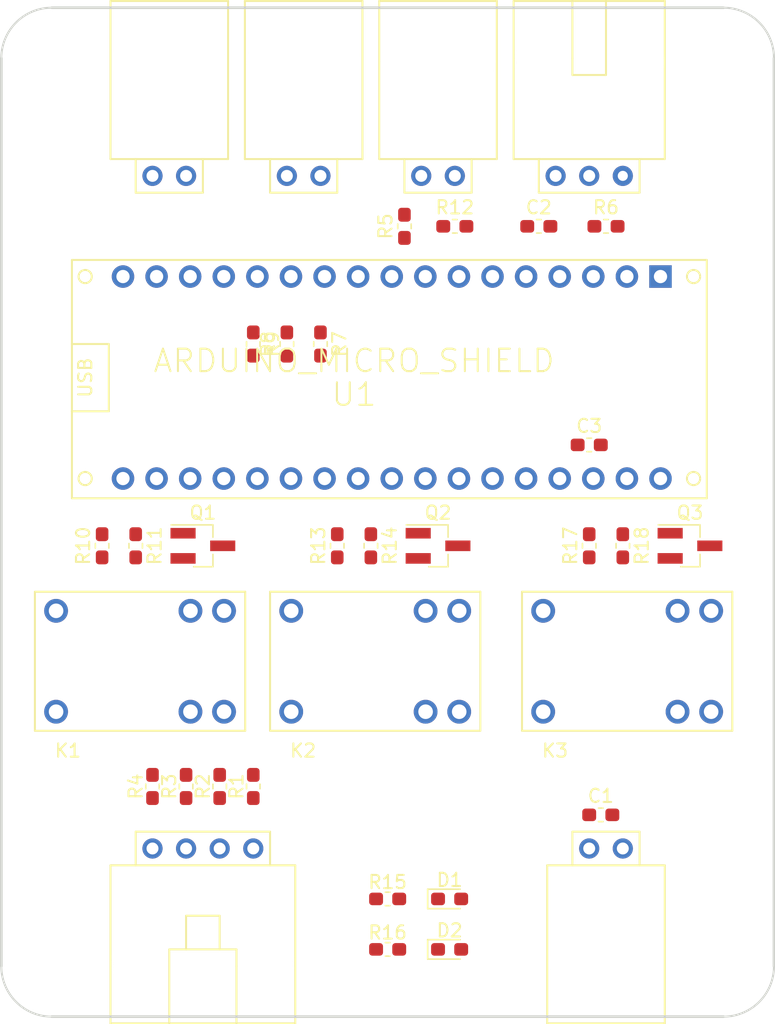
<source format=kicad_pcb>
(kicad_pcb (version 20171130) (host pcbnew "(5.0.0)")

  (general
    (thickness 1.6)
    (drawings 8)
    (tracks 0)
    (zones 0)
    (modules 40)
    (nets 53)
  )

  (page A4)
  (layers
    (0 F.Cu signal)
    (31 B.Cu signal)
    (32 B.Adhes user)
    (33 F.Adhes user)
    (34 B.Paste user)
    (35 F.Paste user)
    (36 B.SilkS user)
    (37 F.SilkS user)
    (38 B.Mask user)
    (39 F.Mask user)
    (40 Dwgs.User user)
    (41 Cmts.User user)
    (42 Eco1.User user)
    (43 Eco2.User user)
    (44 Edge.Cuts user)
    (45 Margin user)
    (46 B.CrtYd user)
    (47 F.CrtYd user)
    (48 B.Fab user)
    (49 F.Fab user hide)
  )

  (setup
    (last_trace_width 0.25)
    (trace_clearance 0.2)
    (zone_clearance 0.508)
    (zone_45_only no)
    (trace_min 0.2)
    (segment_width 0.2)
    (edge_width 0.15)
    (via_size 0.8)
    (via_drill 0.4)
    (via_min_size 0.4)
    (via_min_drill 0.3)
    (uvia_size 0.3)
    (uvia_drill 0.1)
    (uvias_allowed no)
    (uvia_min_size 0.2)
    (uvia_min_drill 0.1)
    (pcb_text_width 0.3)
    (pcb_text_size 1.5 1.5)
    (mod_edge_width 0.15)
    (mod_text_size 1 1)
    (mod_text_width 0.15)
    (pad_size 1.524 1.524)
    (pad_drill 0.762)
    (pad_to_mask_clearance 0.2)
    (aux_axis_origin 0 0)
    (visible_elements FFFFFF7F)
    (pcbplotparams
      (layerselection 0x010fc_ffffffff)
      (usegerberextensions false)
      (usegerberattributes false)
      (usegerberadvancedattributes false)
      (creategerberjobfile false)
      (excludeedgelayer true)
      (linewidth 0.100000)
      (plotframeref false)
      (viasonmask false)
      (mode 1)
      (useauxorigin false)
      (hpglpennumber 1)
      (hpglpenspeed 20)
      (hpglpendiameter 15.000000)
      (psnegative false)
      (psa4output false)
      (plotreference true)
      (plotvalue true)
      (plotinvisibletext false)
      (padsonsilk false)
      (subtractmaskfromsilk false)
      (outputformat 1)
      (mirror false)
      (drillshape 1)
      (scaleselection 1)
      (outputdirectory ""))
  )

  (net 0 "")
  (net 1 VBATT)
  (net 2 GND)
  (net 3 5V)
  (net 4 Piezo_Sensor)
  (net 5 NeoPixel_DIN)
  (net 6 "Net-(Conn4-Pad1)")
  (net 7 "Net-(Conn4-Pad2)")
  (net 8 "Net-(Conn4-Pad3)")
  (net 9 "Net-(Conn4-Pad4)")
  (net 10 Button_1_IN)
  (net 11 Button_1_OUT)
  (net 12 Button_2_OUT)
  (net 13 Button_2_IN)
  (net 14 "Net-(D1-Pad1)")
  (net 15 "Net-(D2-Pad1)")
  (net 16 Lock_Mech_Pin1)
  (net 17 "Net-(K1-PadC1)")
  (net 18 "Net-(K1-Pad3)")
  (net 19 Lock_Mech_Pin5)
  (net 20 Lock_Mech_Pin4)
  (net 21 "Net-(K2-Pad3)")
  (net 22 "Net-(K2-PadC1)")
  (net 23 "Net-(K3-PadC1)")
  (net 24 "Net-(K3-Pad3)")
  (net 25 Lock_Mech_Pin7)
  (net 26 Button_1_Ctr)
  (net 27 Button_Unlock_Ctr)
  (net 28 Button_Lock_Ctr)
  (net 29 "Net-(R6-Pad1)")
  (net 30 "Net-(R7-Pad1)")
  (net 31 "Net-(R8-Pad1)")
  (net 32 "Net-(R9-Pad1)")
  (net 33 "Net-(U1-PadSCK)")
  (net 34 "Net-(U1-PadMI)")
  (net 35 "Net-(U1-PadRST)")
  (net 36 "Net-(U1-PadNC)")
  (net 37 "Net-(U1-PadA5)")
  (net 38 "Net-(U1-PadA4)")
  (net 39 "Net-(U1-PadA3)")
  (net 40 "Net-(U1-PadA2)")
  (net 41 "Net-(U1-PadA1)")
  (net 42 "Net-(U1-PadAREF)")
  (net 43 "Net-(U1-Pad3.3V)")
  (net 44 "Net-(U1-Pad13)")
  (net 45 "Net-(U1-PadMO)")
  (net 46 "Net-(U1-PadSS)")
  (net 47 "Net-(U1-PadTX)")
  (net 48 "Net-(U1-PadRX)")
  (net 49 "Net-(U1-Pad2)")
  (net 50 "Net-(U1-Pad3)")
  (net 51 "Net-(R12-Pad1)")
  (net 52 "Net-(U1-PadA0)")

  (net_class Default "This is the default net class."
    (clearance 0.2)
    (trace_width 0.25)
    (via_dia 0.8)
    (via_drill 0.4)
    (uvia_dia 0.3)
    (uvia_drill 0.1)
    (add_net 5V)
    (add_net Button_1_Ctr)
    (add_net Button_1_IN)
    (add_net Button_1_OUT)
    (add_net Button_2_IN)
    (add_net Button_2_OUT)
    (add_net Button_Lock_Ctr)
    (add_net Button_Unlock_Ctr)
    (add_net GND)
    (add_net Lock_Mech_Pin1)
    (add_net Lock_Mech_Pin4)
    (add_net Lock_Mech_Pin5)
    (add_net Lock_Mech_Pin7)
    (add_net NeoPixel_DIN)
    (add_net "Net-(Conn4-Pad1)")
    (add_net "Net-(Conn4-Pad2)")
    (add_net "Net-(Conn4-Pad3)")
    (add_net "Net-(Conn4-Pad4)")
    (add_net "Net-(D1-Pad1)")
    (add_net "Net-(D2-Pad1)")
    (add_net "Net-(K1-Pad3)")
    (add_net "Net-(K1-PadC1)")
    (add_net "Net-(K2-Pad3)")
    (add_net "Net-(K2-PadC1)")
    (add_net "Net-(K3-Pad3)")
    (add_net "Net-(K3-PadC1)")
    (add_net "Net-(R12-Pad1)")
    (add_net "Net-(R6-Pad1)")
    (add_net "Net-(R7-Pad1)")
    (add_net "Net-(R8-Pad1)")
    (add_net "Net-(R9-Pad1)")
    (add_net "Net-(U1-Pad13)")
    (add_net "Net-(U1-Pad2)")
    (add_net "Net-(U1-Pad3)")
    (add_net "Net-(U1-Pad3.3V)")
    (add_net "Net-(U1-PadA0)")
    (add_net "Net-(U1-PadA1)")
    (add_net "Net-(U1-PadA2)")
    (add_net "Net-(U1-PadA3)")
    (add_net "Net-(U1-PadA4)")
    (add_net "Net-(U1-PadA5)")
    (add_net "Net-(U1-PadAREF)")
    (add_net "Net-(U1-PadMI)")
    (add_net "Net-(U1-PadMO)")
    (add_net "Net-(U1-PadNC)")
    (add_net "Net-(U1-PadRST)")
    (add_net "Net-(U1-PadRX)")
    (add_net "Net-(U1-PadSCK)")
    (add_net "Net-(U1-PadSS)")
    (add_net "Net-(U1-PadTX)")
    (add_net Piezo_Sensor)
    (add_net VBATT)
  )

  (module KnockKnockUnlock:4_40_Hole (layer F.Cu) (tedit 5D8C5BF3) (tstamp 5DA54DA7)
    (at 123.19 123.19)
    (fp_text reference REF** (at -0.00508 0.50508) (layer F.SilkS) hide
      (effects (font (size 1 1) (thickness 0.15)))
    )
    (fp_text value 4_40_Hole (at -0.00508 -0.49492) (layer F.Fab) hide
      (effects (font (size 1 1) (thickness 0.15)))
    )
    (pad "" np_thru_hole circle (at 0 0) (size 2.9464 2.9464) (drill 2.9464) (layers *.Cu *.Mask))
  )

  (module KnockKnockUnlock:4_40_Hole (layer F.Cu) (tedit 5D8C5BF3) (tstamp 5DA54D9F)
    (at 173.99 123.19)
    (fp_text reference REF** (at -0.00508 0.50508) (layer F.SilkS) hide
      (effects (font (size 1 1) (thickness 0.15)))
    )
    (fp_text value 4_40_Hole (at -0.00508 -0.49492) (layer F.Fab) hide
      (effects (font (size 1 1) (thickness 0.15)))
    )
    (pad "" np_thru_hole circle (at 0 0) (size 2.9464 2.9464) (drill 2.9464) (layers *.Cu *.Mask))
  )

  (module KnockKnockUnlock:4_40_Hole (layer F.Cu) (tedit 5D8C5BF3) (tstamp 5DA54D97)
    (at 173.99 54.61)
    (fp_text reference REF** (at -0.00508 0.50508) (layer F.SilkS) hide
      (effects (font (size 1 1) (thickness 0.15)))
    )
    (fp_text value 4_40_Hole (at -0.00508 -0.49492) (layer F.Fab) hide
      (effects (font (size 1 1) (thickness 0.15)))
    )
    (pad "" np_thru_hole circle (at 0 0) (size 2.9464 2.9464) (drill 2.9464) (layers *.Cu *.Mask))
  )

  (module KnockKnockUnlock:4_40_Hole (layer F.Cu) (tedit 5D8C5BF3) (tstamp 5DA54D8E)
    (at 123.19 54.61)
    (fp_text reference REF** (at -0.00508 0.50508) (layer F.SilkS) hide
      (effects (font (size 1 1) (thickness 0.15)))
    )
    (fp_text value 4_40_Hole (at -0.00508 -0.49492) (layer F.Fab) hide
      (effects (font (size 1 1) (thickness 0.15)))
    )
    (pad "" np_thru_hole circle (at 0 0) (size 2.9464 2.9464) (drill 2.9464) (layers *.Cu *.Mask))
  )

  (module Capacitor_SMD:C_0603_1608Metric_Pad1.05x0.95mm_HandSolder (layer F.Cu) (tedit 5B301BBE) (tstamp 5D98FBF3)
    (at 164.705 111.76)
    (descr "Capacitor SMD 0603 (1608 Metric), square (rectangular) end terminal, IPC_7351 nominal with elongated pad for handsoldering. (Body size source: http://www.tortai-tech.com/upload/download/2011102023233369053.pdf), generated with kicad-footprint-generator")
    (tags "capacitor handsolder")
    (path /5D8BD688)
    (attr smd)
    (fp_text reference C1 (at 0 -1.43) (layer F.SilkS)
      (effects (font (size 1 1) (thickness 0.15)))
    )
    (fp_text value 10u (at 0 1.43) (layer F.Fab)
      (effects (font (size 1 1) (thickness 0.15)))
    )
    (fp_line (start -0.8 0.4) (end -0.8 -0.4) (layer F.Fab) (width 0.1))
    (fp_line (start -0.8 -0.4) (end 0.8 -0.4) (layer F.Fab) (width 0.1))
    (fp_line (start 0.8 -0.4) (end 0.8 0.4) (layer F.Fab) (width 0.1))
    (fp_line (start 0.8 0.4) (end -0.8 0.4) (layer F.Fab) (width 0.1))
    (fp_line (start -0.171267 -0.51) (end 0.171267 -0.51) (layer F.SilkS) (width 0.12))
    (fp_line (start -0.171267 0.51) (end 0.171267 0.51) (layer F.SilkS) (width 0.12))
    (fp_line (start -1.65 0.73) (end -1.65 -0.73) (layer F.CrtYd) (width 0.05))
    (fp_line (start -1.65 -0.73) (end 1.65 -0.73) (layer F.CrtYd) (width 0.05))
    (fp_line (start 1.65 -0.73) (end 1.65 0.73) (layer F.CrtYd) (width 0.05))
    (fp_line (start 1.65 0.73) (end -1.65 0.73) (layer F.CrtYd) (width 0.05))
    (fp_text user %R (at 0 0) (layer F.Fab)
      (effects (font (size 0.4 0.4) (thickness 0.06)))
    )
    (pad 1 smd roundrect (at -0.875 0) (size 1.05 0.95) (layers F.Cu F.Paste F.Mask) (roundrect_rratio 0.25)
      (net 1 VBATT))
    (pad 2 smd roundrect (at 0.875 0) (size 1.05 0.95) (layers F.Cu F.Paste F.Mask) (roundrect_rratio 0.25)
      (net 2 GND))
    (model ${KISYS3DMOD}/Capacitor_SMD.3dshapes/C_0603_1608Metric.wrl
      (at (xyz 0 0 0))
      (scale (xyz 1 1 1))
      (rotate (xyz 0 0 0))
    )
  )

  (module Capacitor_SMD:C_0603_1608Metric_Pad1.05x0.95mm_HandSolder (layer F.Cu) (tedit 5B301BBE) (tstamp 5D98FC04)
    (at 160.02 67.31)
    (descr "Capacitor SMD 0603 (1608 Metric), square (rectangular) end terminal, IPC_7351 nominal with elongated pad for handsoldering. (Body size source: http://www.tortai-tech.com/upload/download/2011102023233369053.pdf), generated with kicad-footprint-generator")
    (tags "capacitor handsolder")
    (path /5D8C3609)
    (attr smd)
    (fp_text reference C2 (at 0 -1.43) (layer F.SilkS)
      (effects (font (size 1 1) (thickness 0.15)))
    )
    (fp_text value 10u (at 0 1.43) (layer F.Fab)
      (effects (font (size 1 1) (thickness 0.15)))
    )
    (fp_line (start -0.8 0.4) (end -0.8 -0.4) (layer F.Fab) (width 0.1))
    (fp_line (start -0.8 -0.4) (end 0.8 -0.4) (layer F.Fab) (width 0.1))
    (fp_line (start 0.8 -0.4) (end 0.8 0.4) (layer F.Fab) (width 0.1))
    (fp_line (start 0.8 0.4) (end -0.8 0.4) (layer F.Fab) (width 0.1))
    (fp_line (start -0.171267 -0.51) (end 0.171267 -0.51) (layer F.SilkS) (width 0.12))
    (fp_line (start -0.171267 0.51) (end 0.171267 0.51) (layer F.SilkS) (width 0.12))
    (fp_line (start -1.65 0.73) (end -1.65 -0.73) (layer F.CrtYd) (width 0.05))
    (fp_line (start -1.65 -0.73) (end 1.65 -0.73) (layer F.CrtYd) (width 0.05))
    (fp_line (start 1.65 -0.73) (end 1.65 0.73) (layer F.CrtYd) (width 0.05))
    (fp_line (start 1.65 0.73) (end -1.65 0.73) (layer F.CrtYd) (width 0.05))
    (fp_text user %R (at 0 0) (layer F.Fab)
      (effects (font (size 0.4 0.4) (thickness 0.06)))
    )
    (pad 1 smd roundrect (at -0.875 0) (size 1.05 0.95) (layers F.Cu F.Paste F.Mask) (roundrect_rratio 0.25)
      (net 3 5V))
    (pad 2 smd roundrect (at 0.875 0) (size 1.05 0.95) (layers F.Cu F.Paste F.Mask) (roundrect_rratio 0.25)
      (net 2 GND))
    (model ${KISYS3DMOD}/Capacitor_SMD.3dshapes/C_0603_1608Metric.wrl
      (at (xyz 0 0 0))
      (scale (xyz 1 1 1))
      (rotate (xyz 0 0 0))
    )
  )

  (module Capacitor_SMD:C_0603_1608Metric_Pad1.05x0.95mm_HandSolder (layer F.Cu) (tedit 5B301BBE) (tstamp 5D98FC15)
    (at 163.83 83.82)
    (descr "Capacitor SMD 0603 (1608 Metric), square (rectangular) end terminal, IPC_7351 nominal with elongated pad for handsoldering. (Body size source: http://www.tortai-tech.com/upload/download/2011102023233369053.pdf), generated with kicad-footprint-generator")
    (tags "capacitor handsolder")
    (path /5D8BD6E4)
    (attr smd)
    (fp_text reference C3 (at 0 -1.43) (layer F.SilkS)
      (effects (font (size 1 1) (thickness 0.15)))
    )
    (fp_text value 10u (at 0 1.43) (layer F.Fab)
      (effects (font (size 1 1) (thickness 0.15)))
    )
    (fp_text user %R (at 0 0) (layer F.Fab)
      (effects (font (size 0.4 0.4) (thickness 0.06)))
    )
    (fp_line (start 1.65 0.73) (end -1.65 0.73) (layer F.CrtYd) (width 0.05))
    (fp_line (start 1.65 -0.73) (end 1.65 0.73) (layer F.CrtYd) (width 0.05))
    (fp_line (start -1.65 -0.73) (end 1.65 -0.73) (layer F.CrtYd) (width 0.05))
    (fp_line (start -1.65 0.73) (end -1.65 -0.73) (layer F.CrtYd) (width 0.05))
    (fp_line (start -0.171267 0.51) (end 0.171267 0.51) (layer F.SilkS) (width 0.12))
    (fp_line (start -0.171267 -0.51) (end 0.171267 -0.51) (layer F.SilkS) (width 0.12))
    (fp_line (start 0.8 0.4) (end -0.8 0.4) (layer F.Fab) (width 0.1))
    (fp_line (start 0.8 -0.4) (end 0.8 0.4) (layer F.Fab) (width 0.1))
    (fp_line (start -0.8 -0.4) (end 0.8 -0.4) (layer F.Fab) (width 0.1))
    (fp_line (start -0.8 0.4) (end -0.8 -0.4) (layer F.Fab) (width 0.1))
    (pad 2 smd roundrect (at 0.875 0) (size 1.05 0.95) (layers F.Cu F.Paste F.Mask) (roundrect_rratio 0.25)
      (net 1 VBATT))
    (pad 1 smd roundrect (at -0.875 0) (size 1.05 0.95) (layers F.Cu F.Paste F.Mask) (roundrect_rratio 0.25)
      (net 2 GND))
    (model ${KISYS3DMOD}/Capacitor_SMD.3dshapes/C_0603_1608Metric.wrl
      (at (xyz 0 0 0))
      (scale (xyz 1 1 1))
      (rotate (xyz 0 0 0))
    )
  )

  (module MRDT_Connectors:MOLEX_SL_02_Horizontal (layer F.Cu) (tedit 5C675A14) (tstamp 5D98FC24)
    (at 165.1 114.3 180)
    (path /5D8BD491)
    (fp_text reference Conn1 (at 0 2.54 180) (layer F.SilkS) hide
      (effects (font (size 1 1) (thickness 0.15)))
    )
    (fp_text value Molex_SL_02 (at 0 -2.54 180) (layer F.Fab)
      (effects (font (size 1 1) (thickness 0.15)))
    )
    (fp_line (start -4.445 -1.27) (end 4.445 -1.27) (layer F.SilkS) (width 0.15))
    (fp_line (start 4.445 -1.27) (end 4.445 -13.208) (layer F.SilkS) (width 0.15))
    (fp_line (start 2.54 1.27) (end -2.54 1.27) (layer F.SilkS) (width 0.15))
    (fp_line (start -4.445 -13.208) (end 4.445 -13.208) (layer F.SilkS) (width 0.15))
    (fp_line (start -4.445 -1.27) (end -4.445 -13.208) (layer F.SilkS) (width 0.15))
    (fp_line (start 2.54 -1.27) (end 2.54 1.27) (layer F.SilkS) (width 0.15))
    (fp_line (start -2.54 1.27) (end -2.54 -1.27) (layer F.SilkS) (width 0.15))
    (pad "" np_thru_hole circle (at -2.415 -8.64 180) (size 3.45 3.45) (drill 3.45) (layers *.Cu *.Mask))
    (pad 1 thru_hole circle (at -1.27 0 180) (size 1.524 1.524) (drill 0.9) (layers *.Cu *.Mask)
      (net 2 GND))
    (pad 2 thru_hole circle (at 1.27 0 180) (size 1.524 1.524) (drill 0.9) (layers *.Cu *.Mask)
      (net 1 VBATT))
    (pad "" np_thru_hole circle (at 2.413 -8.636 180) (size 3.45 3.45) (drill 3.45) (layers *.Cu *.Mask))
    (model "${MRDT_KICAD_LIBRARIES}/3D Files/MRDT_Connctors/Molex_SL_02_Horizontal.stp"
      (offset (xyz 3.809999942779541 12.95399980545044 0))
      (scale (xyz 1 1 1))
      (rotate (xyz 0 0 180))
    )
  )

  (module MRDT_Connectors:MOLEX_SL_02_Horizontal (layer F.Cu) (tedit 5C675A14) (tstamp 5D98FC33)
    (at 152.4 63.5)
    (path /5D8C03EC)
    (fp_text reference Conn2 (at 0 2.54) (layer F.SilkS) hide
      (effects (font (size 1 1) (thickness 0.15)))
    )
    (fp_text value Molex_SL_02 (at 0 -2.54) (layer F.Fab)
      (effects (font (size 1 1) (thickness 0.15)))
    )
    (fp_line (start -2.54 1.27) (end -2.54 -1.27) (layer F.SilkS) (width 0.15))
    (fp_line (start 2.54 -1.27) (end 2.54 1.27) (layer F.SilkS) (width 0.15))
    (fp_line (start -4.445 -1.27) (end -4.445 -13.208) (layer F.SilkS) (width 0.15))
    (fp_line (start -4.445 -13.208) (end 4.445 -13.208) (layer F.SilkS) (width 0.15))
    (fp_line (start 2.54 1.27) (end -2.54 1.27) (layer F.SilkS) (width 0.15))
    (fp_line (start 4.445 -1.27) (end 4.445 -13.208) (layer F.SilkS) (width 0.15))
    (fp_line (start -4.445 -1.27) (end 4.445 -1.27) (layer F.SilkS) (width 0.15))
    (pad "" np_thru_hole circle (at 2.413 -8.636) (size 3.45 3.45) (drill 3.45) (layers *.Cu *.Mask))
    (pad 2 thru_hole circle (at 1.27 0) (size 1.524 1.524) (drill 0.9) (layers *.Cu *.Mask)
      (net 4 Piezo_Sensor))
    (pad 1 thru_hole circle (at -1.27 0) (size 1.524 1.524) (drill 0.9) (layers *.Cu *.Mask)
      (net 2 GND))
    (pad "" np_thru_hole circle (at -2.415 -8.64) (size 3.45 3.45) (drill 3.45) (layers *.Cu *.Mask))
    (model "${MRDT_KICAD_LIBRARIES}/3D Files/MRDT_Connctors/Molex_SL_02_Horizontal.stp"
      (offset (xyz 3.809999942779541 12.95399980545044 0))
      (scale (xyz 1 1 1))
      (rotate (xyz 0 0 180))
    )
  )

  (module MRDT_Connectors:MOLEX_SL_03_Horizontal (layer F.Cu) (tedit 5C675A44) (tstamp 5DA54FE4)
    (at 163.83 63.5)
    (path /5D8C2E5A)
    (fp_text reference Conn3 (at -1.27 2.54) (layer F.SilkS) hide
      (effects (font (size 1 1) (thickness 0.15)))
    )
    (fp_text value Molex_SL_03 (at 0 -2.54) (layer F.Fab)
      (effects (font (size 1 1) (thickness 0.15)))
    )
    (fp_line (start 1.27 -7.62) (end -1.27 -7.62) (layer F.SilkS) (width 0.15))
    (fp_line (start 5.715 -13.208) (end -5.715 -13.208) (layer F.SilkS) (width 0.15))
    (fp_line (start 5.715 -1.27) (end -3.81 -1.27) (layer F.SilkS) (width 0.15))
    (fp_line (start 3.81 1.27) (end -3.81 1.27) (layer F.SilkS) (width 0.15))
    (fp_line (start 1.27 -13.208) (end 1.27 -7.62) (layer F.SilkS) (width 0.15))
    (fp_line (start 5.715 -1.27) (end 5.715 -13.208) (layer F.SilkS) (width 0.15))
    (fp_line (start -1.27 -13.208) (end -1.27 -12.7) (layer F.SilkS) (width 0.15))
    (fp_line (start -5.715 -1.27) (end -5.715 -13.208) (layer F.SilkS) (width 0.15))
    (fp_line (start -3.81 -1.27) (end -5.715 -1.27) (layer F.SilkS) (width 0.15))
    (fp_line (start -1.27 -8.89) (end -1.27 -7.62) (layer F.SilkS) (width 0.15))
    (fp_line (start -1.27 -8.89) (end -1.27 -12.7) (layer F.SilkS) (width 0.15))
    (fp_line (start 3.81 -1.27) (end 3.81 1.27) (layer F.SilkS) (width 0.15))
    (fp_line (start -3.81 1.27) (end -3.81 -1.27) (layer F.SilkS) (width 0.15))
    (pad 1 thru_hole circle (at -2.54 0) (size 1.524 1.524) (drill 0.9) (layers *.Cu *.Mask)
      (net 2 GND))
    (pad 2 thru_hole circle (at 0 0) (size 1.524 1.524) (drill 0.9) (layers *.Cu *.Mask)
      (net 3 5V))
    (pad 3 thru_hole circle (at 2.54 0) (size 1.524 1.524) (drill 0.762) (layers *.Cu *.Mask)
      (net 5 NeoPixel_DIN))
    (pad "" np_thru_hole circle (at -3.81 -8.636) (size 3.45 3.45) (drill 3.45) (layers *.Cu *.Mask))
    (pad "" np_thru_hole circle (at 3.81 -8.636) (size 3.45 3.45) (drill 3.45) (layers *.Cu *.Mask))
    (model "${MRDT_KICAD_LIBRARIES}/3D Files/MRDT_Connctors/Molex_SL_03_Horizontal.stp"
      (offset (xyz 5.079999923706055 12.95399980545044 0))
      (scale (xyz 1 1 1))
      (rotate (xyz 0 0 180))
    )
  )

  (module MRDT_Connectors:MOLEX_SL_04_Horizontal (layer F.Cu) (tedit 5C675A73) (tstamp 5D98FC63)
    (at 134.62 114.3 180)
    (path /5D93D2DD)
    (fp_text reference Conn4 (at -2.54 2.54 180) (layer F.SilkS) hide
      (effects (font (size 1 1) (thickness 0.15)))
    )
    (fp_text value Molex_SL_04 (at 0 -2.54 180) (layer F.Fab)
      (effects (font (size 1 1) (thickness 0.15)))
    )
    (fp_line (start -6.985 -13.208) (end 6.985 -13.208) (layer F.SilkS) (width 0.15))
    (fp_line (start -2.54 -7.62) (end 2.54 -7.62) (layer F.SilkS) (width 0.15))
    (fp_line (start 1.27 -7.62) (end 1.27 -5.08) (layer F.SilkS) (width 0.15))
    (fp_line (start 1.27 -5.08) (end -1.27 -5.08) (layer F.SilkS) (width 0.15))
    (fp_line (start 2.54 -13.208) (end 2.54 -7.62) (layer F.SilkS) (width 0.15))
    (fp_line (start 6.985 -1.27) (end 6.985 -13.208) (layer F.SilkS) (width 0.15))
    (fp_line (start 5.08 1.27) (end -5.08 1.27) (layer F.SilkS) (width 0.15))
    (fp_line (start -2.54 -13.208) (end -2.54 -12.7) (layer F.SilkS) (width 0.15))
    (fp_line (start -6.985 -1.27) (end -6.985 -13.208) (layer F.SilkS) (width 0.15))
    (fp_line (start -5.08 -1.27) (end -6.985 -1.27) (layer F.SilkS) (width 0.15))
    (fp_line (start -2.54 -8.89) (end -2.54 -7.62) (layer F.SilkS) (width 0.15))
    (fp_line (start -2.54 -8.89) (end -2.54 -12.7) (layer F.SilkS) (width 0.15))
    (fp_line (start -1.27 -7.62) (end -1.27 -5.08) (layer F.SilkS) (width 0.15))
    (fp_line (start -5.08 -1.27) (end 6.985 -1.27) (layer F.SilkS) (width 0.15))
    (fp_line (start 5.08 -1.27) (end 5.08 1.27) (layer F.SilkS) (width 0.15))
    (fp_line (start -5.08 1.27) (end -5.08 -1.27) (layer F.SilkS) (width 0.15))
    (pad 1 thru_hole circle (at -3.81 0 180) (size 1.524 1.524) (drill 0.9) (layers *.Cu *.Mask)
      (net 6 "Net-(Conn4-Pad1)"))
    (pad 2 thru_hole circle (at -1.27 0 180) (size 1.524 1.524) (drill 0.9) (layers *.Cu *.Mask)
      (net 7 "Net-(Conn4-Pad2)"))
    (pad 3 thru_hole circle (at 1.27 0 180) (size 1.524 1.524) (drill 0.9) (layers *.Cu *.Mask)
      (net 8 "Net-(Conn4-Pad3)"))
    (pad 4 thru_hole circle (at 3.81 0 180) (size 1.524 1.524) (drill 0.9) (layers *.Cu *.Mask)
      (net 9 "Net-(Conn4-Pad4)"))
    (pad "" np_thru_hole circle (at -5.08 -8.636 180) (size 3.45 3.45) (drill 3.45) (layers *.Cu *.Mask))
    (pad "" np_thru_hole circle (at 5.08 -8.636 180) (size 3.45 3.45) (drill 3.45) (layers *.Cu *.Mask))
    (model "${MRDT_KICAD_LIBRARIES}/3D Files/MRDT_Connctors/Molex_SL_04_Horizontal.stp"
      (offset (xyz 6.349999904632568 12.95399980545044 0))
      (scale (xyz 1 1 1))
      (rotate (xyz 0 0 180))
    )
  )

  (module MRDT_Connectors:MOLEX_SL_02_Horizontal (layer F.Cu) (tedit 5C675A14) (tstamp 5D98FC72)
    (at 132.08 63.5)
    (path /5D9E7C11)
    (fp_text reference Conn5 (at 0 2.54) (layer F.SilkS) hide
      (effects (font (size 1 1) (thickness 0.15)))
    )
    (fp_text value Molex_SL_02 (at 0 -2.54) (layer F.Fab)
      (effects (font (size 1 1) (thickness 0.15)))
    )
    (fp_line (start -4.445 -1.27) (end 4.445 -1.27) (layer F.SilkS) (width 0.15))
    (fp_line (start 4.445 -1.27) (end 4.445 -13.208) (layer F.SilkS) (width 0.15))
    (fp_line (start 2.54 1.27) (end -2.54 1.27) (layer F.SilkS) (width 0.15))
    (fp_line (start -4.445 -13.208) (end 4.445 -13.208) (layer F.SilkS) (width 0.15))
    (fp_line (start -4.445 -1.27) (end -4.445 -13.208) (layer F.SilkS) (width 0.15))
    (fp_line (start 2.54 -1.27) (end 2.54 1.27) (layer F.SilkS) (width 0.15))
    (fp_line (start -2.54 1.27) (end -2.54 -1.27) (layer F.SilkS) (width 0.15))
    (pad "" np_thru_hole circle (at -2.415 -8.64) (size 3.45 3.45) (drill 3.45) (layers *.Cu *.Mask))
    (pad 1 thru_hole circle (at -1.27 0) (size 1.524 1.524) (drill 0.9) (layers *.Cu *.Mask)
      (net 10 Button_1_IN))
    (pad 2 thru_hole circle (at 1.27 0) (size 1.524 1.524) (drill 0.9) (layers *.Cu *.Mask)
      (net 11 Button_1_OUT))
    (pad "" np_thru_hole circle (at 2.413 -8.636) (size 3.45 3.45) (drill 3.45) (layers *.Cu *.Mask))
    (model "${MRDT_KICAD_LIBRARIES}/3D Files/MRDT_Connctors/Molex_SL_02_Horizontal.stp"
      (offset (xyz 3.809999942779541 12.95399980545044 0))
      (scale (xyz 1 1 1))
      (rotate (xyz 0 0 180))
    )
  )

  (module MRDT_Connectors:MOLEX_SL_02_Horizontal (layer F.Cu) (tedit 5C675A14) (tstamp 5D98FC81)
    (at 142.24 63.5)
    (path /5D9EBBBE)
    (fp_text reference Conn6 (at 0 2.54) (layer F.SilkS) hide
      (effects (font (size 1 1) (thickness 0.15)))
    )
    (fp_text value Molex_SL_02 (at 0 -2.54) (layer F.Fab)
      (effects (font (size 1 1) (thickness 0.15)))
    )
    (fp_line (start -2.54 1.27) (end -2.54 -1.27) (layer F.SilkS) (width 0.15))
    (fp_line (start 2.54 -1.27) (end 2.54 1.27) (layer F.SilkS) (width 0.15))
    (fp_line (start -4.445 -1.27) (end -4.445 -13.208) (layer F.SilkS) (width 0.15))
    (fp_line (start -4.445 -13.208) (end 4.445 -13.208) (layer F.SilkS) (width 0.15))
    (fp_line (start 2.54 1.27) (end -2.54 1.27) (layer F.SilkS) (width 0.15))
    (fp_line (start 4.445 -1.27) (end 4.445 -13.208) (layer F.SilkS) (width 0.15))
    (fp_line (start -4.445 -1.27) (end 4.445 -1.27) (layer F.SilkS) (width 0.15))
    (pad "" np_thru_hole circle (at 2.413 -8.636) (size 3.45 3.45) (drill 3.45) (layers *.Cu *.Mask))
    (pad 2 thru_hole circle (at 1.27 0) (size 1.524 1.524) (drill 0.9) (layers *.Cu *.Mask)
      (net 12 Button_2_OUT))
    (pad 1 thru_hole circle (at -1.27 0) (size 1.524 1.524) (drill 0.9) (layers *.Cu *.Mask)
      (net 13 Button_2_IN))
    (pad "" np_thru_hole circle (at -2.415 -8.64) (size 3.45 3.45) (drill 3.45) (layers *.Cu *.Mask))
    (model "${MRDT_KICAD_LIBRARIES}/3D Files/MRDT_Connctors/Molex_SL_02_Horizontal.stp"
      (offset (xyz 3.809999942779541 12.95399980545044 0))
      (scale (xyz 1 1 1))
      (rotate (xyz 0 0 180))
    )
  )

  (module LED_SMD:LED_0603_1608Metric_Pad1.05x0.95mm_HandSolder (layer F.Cu) (tedit 5B4B45C9) (tstamp 5D98FC94)
    (at 153.275 118.11)
    (descr "LED SMD 0603 (1608 Metric), square (rectangular) end terminal, IPC_7351 nominal, (Body size source: http://www.tortai-tech.com/upload/download/2011102023233369053.pdf), generated with kicad-footprint-generator")
    (tags "LED handsolder")
    (path /5D95C4D0)
    (attr smd)
    (fp_text reference D1 (at 0 -1.43) (layer F.SilkS)
      (effects (font (size 1 1) (thickness 0.15)))
    )
    (fp_text value LED (at 0 1.43) (layer F.Fab)
      (effects (font (size 1 1) (thickness 0.15)))
    )
    (fp_line (start 0.8 -0.4) (end -0.5 -0.4) (layer F.Fab) (width 0.1))
    (fp_line (start -0.5 -0.4) (end -0.8 -0.1) (layer F.Fab) (width 0.1))
    (fp_line (start -0.8 -0.1) (end -0.8 0.4) (layer F.Fab) (width 0.1))
    (fp_line (start -0.8 0.4) (end 0.8 0.4) (layer F.Fab) (width 0.1))
    (fp_line (start 0.8 0.4) (end 0.8 -0.4) (layer F.Fab) (width 0.1))
    (fp_line (start 0.8 -0.735) (end -1.66 -0.735) (layer F.SilkS) (width 0.12))
    (fp_line (start -1.66 -0.735) (end -1.66 0.735) (layer F.SilkS) (width 0.12))
    (fp_line (start -1.66 0.735) (end 0.8 0.735) (layer F.SilkS) (width 0.12))
    (fp_line (start -1.65 0.73) (end -1.65 -0.73) (layer F.CrtYd) (width 0.05))
    (fp_line (start -1.65 -0.73) (end 1.65 -0.73) (layer F.CrtYd) (width 0.05))
    (fp_line (start 1.65 -0.73) (end 1.65 0.73) (layer F.CrtYd) (width 0.05))
    (fp_line (start 1.65 0.73) (end -1.65 0.73) (layer F.CrtYd) (width 0.05))
    (fp_text user %R (at 0 0) (layer F.Fab)
      (effects (font (size 0.4 0.4) (thickness 0.06)))
    )
    (pad 1 smd roundrect (at -0.875 0) (size 1.05 0.95) (layers F.Cu F.Paste F.Mask) (roundrect_rratio 0.25)
      (net 14 "Net-(D1-Pad1)"))
    (pad 2 smd roundrect (at 0.875 0) (size 1.05 0.95) (layers F.Cu F.Paste F.Mask) (roundrect_rratio 0.25)
      (net 3 5V))
    (model ${KISYS3DMOD}/LED_SMD.3dshapes/LED_0603_1608Metric.wrl
      (at (xyz 0 0 0))
      (scale (xyz 1 1 1))
      (rotate (xyz 0 0 0))
    )
  )

  (module LED_SMD:LED_0603_1608Metric_Pad1.05x0.95mm_HandSolder (layer F.Cu) (tedit 5B4B45C9) (tstamp 5D98FCA7)
    (at 153.275 121.92)
    (descr "LED SMD 0603 (1608 Metric), square (rectangular) end terminal, IPC_7351 nominal, (Body size source: http://www.tortai-tech.com/upload/download/2011102023233369053.pdf), generated with kicad-footprint-generator")
    (tags "LED handsolder")
    (path /5D964AEC)
    (attr smd)
    (fp_text reference D2 (at 0 -1.43) (layer F.SilkS)
      (effects (font (size 1 1) (thickness 0.15)))
    )
    (fp_text value LED (at 0 1.43) (layer F.Fab)
      (effects (font (size 1 1) (thickness 0.15)))
    )
    (fp_text user %R (at 0 0) (layer F.Fab)
      (effects (font (size 0.4 0.4) (thickness 0.06)))
    )
    (fp_line (start 1.65 0.73) (end -1.65 0.73) (layer F.CrtYd) (width 0.05))
    (fp_line (start 1.65 -0.73) (end 1.65 0.73) (layer F.CrtYd) (width 0.05))
    (fp_line (start -1.65 -0.73) (end 1.65 -0.73) (layer F.CrtYd) (width 0.05))
    (fp_line (start -1.65 0.73) (end -1.65 -0.73) (layer F.CrtYd) (width 0.05))
    (fp_line (start -1.66 0.735) (end 0.8 0.735) (layer F.SilkS) (width 0.12))
    (fp_line (start -1.66 -0.735) (end -1.66 0.735) (layer F.SilkS) (width 0.12))
    (fp_line (start 0.8 -0.735) (end -1.66 -0.735) (layer F.SilkS) (width 0.12))
    (fp_line (start 0.8 0.4) (end 0.8 -0.4) (layer F.Fab) (width 0.1))
    (fp_line (start -0.8 0.4) (end 0.8 0.4) (layer F.Fab) (width 0.1))
    (fp_line (start -0.8 -0.1) (end -0.8 0.4) (layer F.Fab) (width 0.1))
    (fp_line (start -0.5 -0.4) (end -0.8 -0.1) (layer F.Fab) (width 0.1))
    (fp_line (start 0.8 -0.4) (end -0.5 -0.4) (layer F.Fab) (width 0.1))
    (pad 2 smd roundrect (at 0.875 0) (size 1.05 0.95) (layers F.Cu F.Paste F.Mask) (roundrect_rratio 0.25)
      (net 1 VBATT))
    (pad 1 smd roundrect (at -0.875 0) (size 1.05 0.95) (layers F.Cu F.Paste F.Mask) (roundrect_rratio 0.25)
      (net 15 "Net-(D2-Pad1)"))
    (model ${KISYS3DMOD}/LED_SMD.3dshapes/LED_0603_1608Metric.wrl
      (at (xyz 0 0 0))
      (scale (xyz 1 1 1))
      (rotate (xyz 0 0 0))
    )
  )

  (module KnockKnockUnlock:HK4100F_5V_Relay (layer F.Cu) (tedit 5D8BD438) (tstamp 5D98FCB5)
    (at 121.92 105.41)
    (path /5D8C6A24)
    (fp_text reference K1 (at 2.5 1.5) (layer F.SilkS)
      (effects (font (size 1 1) (thickness 0.15)))
    )
    (fp_text value HK4100F_5V_Relay (at 8 -5.5) (layer F.Fab)
      (effects (font (size 1 1) (thickness 0.15)))
    )
    (fp_line (start 0 0) (end 15.9 0) (layer F.SilkS) (width 0.15))
    (fp_line (start 0 0) (end 0 -10.5) (layer F.SilkS) (width 0.15))
    (fp_line (start 0 -10.5) (end 15.9 -10.5) (layer F.SilkS) (width 0.15))
    (fp_line (start 15.9 0) (end 15.9 -10.5) (layer F.SilkS) (width 0.15))
    (pad 1 thru_hole circle (at 1.6 -9.06) (size 1.8 1.8) (drill 1.1) (layers *.Cu *.Mask)
      (net 16 Lock_Mech_Pin1))
    (pad C1 thru_hole circle (at 11.76 -9.06) (size 1.8 1.8) (drill 1.1) (layers *.Cu *.Mask)
      (net 17 "Net-(K1-PadC1)"))
    (pad 3 thru_hole circle (at 14.3 -9.06) (size 1.8 1.8) (drill 1.1) (layers *.Cu *.Mask)
      (net 18 "Net-(K1-Pad3)"))
    (pad 2 thru_hole circle (at 1.6 -1.44) (size 1.8 1.8) (drill 1.1) (layers *.Cu *.Mask)
      (net 16 Lock_Mech_Pin1))
    (pad C2 thru_hole circle (at 11.76 -1.44) (size 1.8 1.8) (drill 1.1) (layers *.Cu *.Mask)
      (net 2 GND))
    (pad 4 thru_hole circle (at 14.3 -1.44) (size 1.8 1.8) (drill 1.1) (layers *.Cu *.Mask)
      (net 19 Lock_Mech_Pin5))
  )

  (module KnockKnockUnlock:HK4100F_5V_Relay (layer F.Cu) (tedit 5D8BD438) (tstamp 5D98FCC3)
    (at 139.7 105.41)
    (path /5D8C6BC4)
    (fp_text reference K2 (at 2.5 1.5) (layer F.SilkS)
      (effects (font (size 1 1) (thickness 0.15)))
    )
    (fp_text value HK4100F_5V_Relay (at 8 -5.5) (layer F.Fab)
      (effects (font (size 1 1) (thickness 0.15)))
    )
    (fp_line (start 15.9 0) (end 15.9 -10.5) (layer F.SilkS) (width 0.15))
    (fp_line (start 0 -10.5) (end 15.9 -10.5) (layer F.SilkS) (width 0.15))
    (fp_line (start 0 0) (end 0 -10.5) (layer F.SilkS) (width 0.15))
    (fp_line (start 0 0) (end 15.9 0) (layer F.SilkS) (width 0.15))
    (pad 4 thru_hole circle (at 14.3 -1.44) (size 1.8 1.8) (drill 1.1) (layers *.Cu *.Mask)
      (net 19 Lock_Mech_Pin5))
    (pad C2 thru_hole circle (at 11.76 -1.44) (size 1.8 1.8) (drill 1.1) (layers *.Cu *.Mask)
      (net 2 GND))
    (pad 2 thru_hole circle (at 1.6 -1.44) (size 1.8 1.8) (drill 1.1) (layers *.Cu *.Mask)
      (net 20 Lock_Mech_Pin4))
    (pad 3 thru_hole circle (at 14.3 -9.06) (size 1.8 1.8) (drill 1.1) (layers *.Cu *.Mask)
      (net 21 "Net-(K2-Pad3)"))
    (pad C1 thru_hole circle (at 11.76 -9.06) (size 1.8 1.8) (drill 1.1) (layers *.Cu *.Mask)
      (net 22 "Net-(K2-PadC1)"))
    (pad 1 thru_hole circle (at 1.6 -9.06) (size 1.8 1.8) (drill 1.1) (layers *.Cu *.Mask)
      (net 20 Lock_Mech_Pin4))
  )

  (module KnockKnockUnlock:HK4100F_5V_Relay (layer F.Cu) (tedit 5D8BD438) (tstamp 5D98FCD1)
    (at 158.75 105.41)
    (path /5D8CF45C)
    (fp_text reference K3 (at 2.5 1.5) (layer F.SilkS)
      (effects (font (size 1 1) (thickness 0.15)))
    )
    (fp_text value HK4100F_5V_Relay (at 8 -5.5) (layer F.Fab)
      (effects (font (size 1 1) (thickness 0.15)))
    )
    (fp_line (start 0 0) (end 15.9 0) (layer F.SilkS) (width 0.15))
    (fp_line (start 0 0) (end 0 -10.5) (layer F.SilkS) (width 0.15))
    (fp_line (start 0 -10.5) (end 15.9 -10.5) (layer F.SilkS) (width 0.15))
    (fp_line (start 15.9 0) (end 15.9 -10.5) (layer F.SilkS) (width 0.15))
    (pad 1 thru_hole circle (at 1.6 -9.06) (size 1.8 1.8) (drill 1.1) (layers *.Cu *.Mask)
      (net 20 Lock_Mech_Pin4))
    (pad C1 thru_hole circle (at 11.76 -9.06) (size 1.8 1.8) (drill 1.1) (layers *.Cu *.Mask)
      (net 23 "Net-(K3-PadC1)"))
    (pad 3 thru_hole circle (at 14.3 -9.06) (size 1.8 1.8) (drill 1.1) (layers *.Cu *.Mask)
      (net 24 "Net-(K3-Pad3)"))
    (pad 2 thru_hole circle (at 1.6 -1.44) (size 1.8 1.8) (drill 1.1) (layers *.Cu *.Mask)
      (net 20 Lock_Mech_Pin4))
    (pad C2 thru_hole circle (at 11.76 -1.44) (size 1.8 1.8) (drill 1.1) (layers *.Cu *.Mask)
      (net 2 GND))
    (pad 4 thru_hole circle (at 14.3 -1.44) (size 1.8 1.8) (drill 1.1) (layers *.Cu *.Mask)
      (net 25 Lock_Mech_Pin7))
  )

  (module Package_TO_SOT_SMD:SOT-23_Handsoldering (layer F.Cu) (tedit 5A0AB76C) (tstamp 5D98FCE6)
    (at 134.62 91.44)
    (descr "SOT-23, Handsoldering")
    (tags SOT-23)
    (path /5DA26EF1)
    (attr smd)
    (fp_text reference Q1 (at 0 -2.5) (layer F.SilkS)
      (effects (font (size 1 1) (thickness 0.15)))
    )
    (fp_text value Q_PMOS_GSD (at 0 2.5) (layer F.Fab)
      (effects (font (size 1 1) (thickness 0.15)))
    )
    (fp_text user %R (at 0 0 90) (layer F.Fab)
      (effects (font (size 0.5 0.5) (thickness 0.075)))
    )
    (fp_line (start 0.76 1.58) (end 0.76 0.65) (layer F.SilkS) (width 0.12))
    (fp_line (start 0.76 -1.58) (end 0.76 -0.65) (layer F.SilkS) (width 0.12))
    (fp_line (start -2.7 -1.75) (end 2.7 -1.75) (layer F.CrtYd) (width 0.05))
    (fp_line (start 2.7 -1.75) (end 2.7 1.75) (layer F.CrtYd) (width 0.05))
    (fp_line (start 2.7 1.75) (end -2.7 1.75) (layer F.CrtYd) (width 0.05))
    (fp_line (start -2.7 1.75) (end -2.7 -1.75) (layer F.CrtYd) (width 0.05))
    (fp_line (start 0.76 -1.58) (end -2.4 -1.58) (layer F.SilkS) (width 0.12))
    (fp_line (start -0.7 -0.95) (end -0.7 1.5) (layer F.Fab) (width 0.1))
    (fp_line (start -0.15 -1.52) (end 0.7 -1.52) (layer F.Fab) (width 0.1))
    (fp_line (start -0.7 -0.95) (end -0.15 -1.52) (layer F.Fab) (width 0.1))
    (fp_line (start 0.7 -1.52) (end 0.7 1.52) (layer F.Fab) (width 0.1))
    (fp_line (start -0.7 1.52) (end 0.7 1.52) (layer F.Fab) (width 0.1))
    (fp_line (start 0.76 1.58) (end -0.7 1.58) (layer F.SilkS) (width 0.12))
    (pad 1 smd rect (at -1.5 -0.95) (size 1.9 0.8) (layers F.Cu F.Paste F.Mask)
      (net 26 Button_1_Ctr))
    (pad 2 smd rect (at -1.5 0.95) (size 1.9 0.8) (layers F.Cu F.Paste F.Mask)
      (net 17 "Net-(K1-PadC1)"))
    (pad 3 smd rect (at 1.5 0) (size 1.9 0.8) (layers F.Cu F.Paste F.Mask)
      (net 3 5V))
    (model ${KISYS3DMOD}/Package_TO_SOT_SMD.3dshapes/SOT-23.wrl
      (at (xyz 0 0 0))
      (scale (xyz 1 1 1))
      (rotate (xyz 0 0 0))
    )
  )

  (module Package_TO_SOT_SMD:SOT-23_Handsoldering (layer F.Cu) (tedit 5A0AB76C) (tstamp 5D98FCFB)
    (at 152.4 91.44)
    (descr "SOT-23, Handsoldering")
    (tags SOT-23)
    (path /5DA274FF)
    (attr smd)
    (fp_text reference Q2 (at 0 -2.5) (layer F.SilkS)
      (effects (font (size 1 1) (thickness 0.15)))
    )
    (fp_text value Q_PMOS_GSD (at 0 2.5) (layer F.Fab)
      (effects (font (size 1 1) (thickness 0.15)))
    )
    (fp_line (start 0.76 1.58) (end -0.7 1.58) (layer F.SilkS) (width 0.12))
    (fp_line (start -0.7 1.52) (end 0.7 1.52) (layer F.Fab) (width 0.1))
    (fp_line (start 0.7 -1.52) (end 0.7 1.52) (layer F.Fab) (width 0.1))
    (fp_line (start -0.7 -0.95) (end -0.15 -1.52) (layer F.Fab) (width 0.1))
    (fp_line (start -0.15 -1.52) (end 0.7 -1.52) (layer F.Fab) (width 0.1))
    (fp_line (start -0.7 -0.95) (end -0.7 1.5) (layer F.Fab) (width 0.1))
    (fp_line (start 0.76 -1.58) (end -2.4 -1.58) (layer F.SilkS) (width 0.12))
    (fp_line (start -2.7 1.75) (end -2.7 -1.75) (layer F.CrtYd) (width 0.05))
    (fp_line (start 2.7 1.75) (end -2.7 1.75) (layer F.CrtYd) (width 0.05))
    (fp_line (start 2.7 -1.75) (end 2.7 1.75) (layer F.CrtYd) (width 0.05))
    (fp_line (start -2.7 -1.75) (end 2.7 -1.75) (layer F.CrtYd) (width 0.05))
    (fp_line (start 0.76 -1.58) (end 0.76 -0.65) (layer F.SilkS) (width 0.12))
    (fp_line (start 0.76 1.58) (end 0.76 0.65) (layer F.SilkS) (width 0.12))
    (fp_text user %R (at 0 0 90) (layer F.Fab)
      (effects (font (size 0.5 0.5) (thickness 0.075)))
    )
    (pad 3 smd rect (at 1.5 0) (size 1.9 0.8) (layers F.Cu F.Paste F.Mask)
      (net 3 5V))
    (pad 2 smd rect (at -1.5 0.95) (size 1.9 0.8) (layers F.Cu F.Paste F.Mask)
      (net 22 "Net-(K2-PadC1)"))
    (pad 1 smd rect (at -1.5 -0.95) (size 1.9 0.8) (layers F.Cu F.Paste F.Mask)
      (net 27 Button_Unlock_Ctr))
    (model ${KISYS3DMOD}/Package_TO_SOT_SMD.3dshapes/SOT-23.wrl
      (at (xyz 0 0 0))
      (scale (xyz 1 1 1))
      (rotate (xyz 0 0 0))
    )
  )

  (module Package_TO_SOT_SMD:SOT-23_Handsoldering (layer F.Cu) (tedit 5A0AB76C) (tstamp 5D98FD10)
    (at 171.45 91.44)
    (descr "SOT-23, Handsoldering")
    (tags SOT-23)
    (path /5DA275ED)
    (attr smd)
    (fp_text reference Q3 (at 0 -2.5) (layer F.SilkS)
      (effects (font (size 1 1) (thickness 0.15)))
    )
    (fp_text value Q_PMOS_GSD (at 0 2.5) (layer F.Fab)
      (effects (font (size 1 1) (thickness 0.15)))
    )
    (fp_text user %R (at 0 0 90) (layer F.Fab)
      (effects (font (size 0.5 0.5) (thickness 0.075)))
    )
    (fp_line (start 0.76 1.58) (end 0.76 0.65) (layer F.SilkS) (width 0.12))
    (fp_line (start 0.76 -1.58) (end 0.76 -0.65) (layer F.SilkS) (width 0.12))
    (fp_line (start -2.7 -1.75) (end 2.7 -1.75) (layer F.CrtYd) (width 0.05))
    (fp_line (start 2.7 -1.75) (end 2.7 1.75) (layer F.CrtYd) (width 0.05))
    (fp_line (start 2.7 1.75) (end -2.7 1.75) (layer F.CrtYd) (width 0.05))
    (fp_line (start -2.7 1.75) (end -2.7 -1.75) (layer F.CrtYd) (width 0.05))
    (fp_line (start 0.76 -1.58) (end -2.4 -1.58) (layer F.SilkS) (width 0.12))
    (fp_line (start -0.7 -0.95) (end -0.7 1.5) (layer F.Fab) (width 0.1))
    (fp_line (start -0.15 -1.52) (end 0.7 -1.52) (layer F.Fab) (width 0.1))
    (fp_line (start -0.7 -0.95) (end -0.15 -1.52) (layer F.Fab) (width 0.1))
    (fp_line (start 0.7 -1.52) (end 0.7 1.52) (layer F.Fab) (width 0.1))
    (fp_line (start -0.7 1.52) (end 0.7 1.52) (layer F.Fab) (width 0.1))
    (fp_line (start 0.76 1.58) (end -0.7 1.58) (layer F.SilkS) (width 0.12))
    (pad 1 smd rect (at -1.5 -0.95) (size 1.9 0.8) (layers F.Cu F.Paste F.Mask)
      (net 28 Button_Lock_Ctr))
    (pad 2 smd rect (at -1.5 0.95) (size 1.9 0.8) (layers F.Cu F.Paste F.Mask)
      (net 23 "Net-(K3-PadC1)"))
    (pad 3 smd rect (at 1.5 0) (size 1.9 0.8) (layers F.Cu F.Paste F.Mask)
      (net 3 5V))
    (model ${KISYS3DMOD}/Package_TO_SOT_SMD.3dshapes/SOT-23.wrl
      (at (xyz 0 0 0))
      (scale (xyz 1 1 1))
      (rotate (xyz 0 0 0))
    )
  )

  (module Resistor_SMD:R_0603_1608Metric_Pad1.05x0.95mm_HandSolder (layer F.Cu) (tedit 5B301BBD) (tstamp 5D98FD21)
    (at 138.43 109.615 270)
    (descr "Resistor SMD 0603 (1608 Metric), square (rectangular) end terminal, IPC_7351 nominal with elongated pad for handsoldering. (Body size source: http://www.tortai-tech.com/upload/download/2011102023233369053.pdf), generated with kicad-footprint-generator")
    (tags "resistor handsolder")
    (path /5D999F10)
    (attr smd)
    (fp_text reference R1 (at 0 1.27 270) (layer F.SilkS)
      (effects (font (size 1 1) (thickness 0.15)))
    )
    (fp_text value 0 (at 0 1.43 270) (layer F.Fab)
      (effects (font (size 1 1) (thickness 0.15)))
    )
    (fp_line (start -0.8 0.4) (end -0.8 -0.4) (layer F.Fab) (width 0.1))
    (fp_line (start -0.8 -0.4) (end 0.8 -0.4) (layer F.Fab) (width 0.1))
    (fp_line (start 0.8 -0.4) (end 0.8 0.4) (layer F.Fab) (width 0.1))
    (fp_line (start 0.8 0.4) (end -0.8 0.4) (layer F.Fab) (width 0.1))
    (fp_line (start -0.171267 -0.51) (end 0.171267 -0.51) (layer F.SilkS) (width 0.12))
    (fp_line (start -0.171267 0.51) (end 0.171267 0.51) (layer F.SilkS) (width 0.12))
    (fp_line (start -1.65 0.73) (end -1.65 -0.73) (layer F.CrtYd) (width 0.05))
    (fp_line (start -1.65 -0.73) (end 1.65 -0.73) (layer F.CrtYd) (width 0.05))
    (fp_line (start 1.65 -0.73) (end 1.65 0.73) (layer F.CrtYd) (width 0.05))
    (fp_line (start 1.65 0.73) (end -1.65 0.73) (layer F.CrtYd) (width 0.05))
    (fp_text user %R (at 0 0 270) (layer F.Fab)
      (effects (font (size 0.4 0.4) (thickness 0.06)))
    )
    (pad 1 smd roundrect (at -0.875 0 270) (size 1.05 0.95) (layers F.Cu F.Paste F.Mask) (roundrect_rratio 0.25)
      (net 16 Lock_Mech_Pin1))
    (pad 2 smd roundrect (at 0.875 0 270) (size 1.05 0.95) (layers F.Cu F.Paste F.Mask) (roundrect_rratio 0.25)
      (net 6 "Net-(Conn4-Pad1)"))
    (model ${KISYS3DMOD}/Resistor_SMD.3dshapes/R_0603_1608Metric.wrl
      (at (xyz 0 0 0))
      (scale (xyz 1 1 1))
      (rotate (xyz 0 0 0))
    )
  )

  (module Resistor_SMD:R_0603_1608Metric_Pad1.05x0.95mm_HandSolder (layer F.Cu) (tedit 5B301BBD) (tstamp 5D98FD32)
    (at 135.89 109.615 90)
    (descr "Resistor SMD 0603 (1608 Metric), square (rectangular) end terminal, IPC_7351 nominal with elongated pad for handsoldering. (Body size source: http://www.tortai-tech.com/upload/download/2011102023233369053.pdf), generated with kicad-footprint-generator")
    (tags "resistor handsolder")
    (path /5D999F0A)
    (attr smd)
    (fp_text reference R2 (at 0 -1.27 90) (layer F.SilkS)
      (effects (font (size 1 1) (thickness 0.15)))
    )
    (fp_text value 0 (at 0 1.43 90) (layer F.Fab)
      (effects (font (size 1 1) (thickness 0.15)))
    )
    (fp_text user %R (at 0 0 90) (layer F.Fab)
      (effects (font (size 0.4 0.4) (thickness 0.06)))
    )
    (fp_line (start 1.65 0.73) (end -1.65 0.73) (layer F.CrtYd) (width 0.05))
    (fp_line (start 1.65 -0.73) (end 1.65 0.73) (layer F.CrtYd) (width 0.05))
    (fp_line (start -1.65 -0.73) (end 1.65 -0.73) (layer F.CrtYd) (width 0.05))
    (fp_line (start -1.65 0.73) (end -1.65 -0.73) (layer F.CrtYd) (width 0.05))
    (fp_line (start -0.171267 0.51) (end 0.171267 0.51) (layer F.SilkS) (width 0.12))
    (fp_line (start -0.171267 -0.51) (end 0.171267 -0.51) (layer F.SilkS) (width 0.12))
    (fp_line (start 0.8 0.4) (end -0.8 0.4) (layer F.Fab) (width 0.1))
    (fp_line (start 0.8 -0.4) (end 0.8 0.4) (layer F.Fab) (width 0.1))
    (fp_line (start -0.8 -0.4) (end 0.8 -0.4) (layer F.Fab) (width 0.1))
    (fp_line (start -0.8 0.4) (end -0.8 -0.4) (layer F.Fab) (width 0.1))
    (pad 2 smd roundrect (at 0.875 0 90) (size 1.05 0.95) (layers F.Cu F.Paste F.Mask) (roundrect_rratio 0.25)
      (net 7 "Net-(Conn4-Pad2)"))
    (pad 1 smd roundrect (at -0.875 0 90) (size 1.05 0.95) (layers F.Cu F.Paste F.Mask) (roundrect_rratio 0.25)
      (net 20 Lock_Mech_Pin4))
    (model ${KISYS3DMOD}/Resistor_SMD.3dshapes/R_0603_1608Metric.wrl
      (at (xyz 0 0 0))
      (scale (xyz 1 1 1))
      (rotate (xyz 0 0 0))
    )
  )

  (module Resistor_SMD:R_0603_1608Metric_Pad1.05x0.95mm_HandSolder (layer F.Cu) (tedit 5B301BBD) (tstamp 5D98FD43)
    (at 133.35 109.615 270)
    (descr "Resistor SMD 0603 (1608 Metric), square (rectangular) end terminal, IPC_7351 nominal with elongated pad for handsoldering. (Body size source: http://www.tortai-tech.com/upload/download/2011102023233369053.pdf), generated with kicad-footprint-generator")
    (tags "resistor handsolder")
    (path /5D999F16)
    (attr smd)
    (fp_text reference R3 (at 0 1.27 270) (layer F.SilkS)
      (effects (font (size 1 1) (thickness 0.15)))
    )
    (fp_text value 0 (at 0 1.43 270) (layer F.Fab)
      (effects (font (size 1 1) (thickness 0.15)))
    )
    (fp_text user %R (at 0 0 270) (layer F.Fab)
      (effects (font (size 0.4 0.4) (thickness 0.06)))
    )
    (fp_line (start 1.65 0.73) (end -1.65 0.73) (layer F.CrtYd) (width 0.05))
    (fp_line (start 1.65 -0.73) (end 1.65 0.73) (layer F.CrtYd) (width 0.05))
    (fp_line (start -1.65 -0.73) (end 1.65 -0.73) (layer F.CrtYd) (width 0.05))
    (fp_line (start -1.65 0.73) (end -1.65 -0.73) (layer F.CrtYd) (width 0.05))
    (fp_line (start -0.171267 0.51) (end 0.171267 0.51) (layer F.SilkS) (width 0.12))
    (fp_line (start -0.171267 -0.51) (end 0.171267 -0.51) (layer F.SilkS) (width 0.12))
    (fp_line (start 0.8 0.4) (end -0.8 0.4) (layer F.Fab) (width 0.1))
    (fp_line (start 0.8 -0.4) (end 0.8 0.4) (layer F.Fab) (width 0.1))
    (fp_line (start -0.8 -0.4) (end 0.8 -0.4) (layer F.Fab) (width 0.1))
    (fp_line (start -0.8 0.4) (end -0.8 -0.4) (layer F.Fab) (width 0.1))
    (pad 2 smd roundrect (at 0.875 0 270) (size 1.05 0.95) (layers F.Cu F.Paste F.Mask) (roundrect_rratio 0.25)
      (net 8 "Net-(Conn4-Pad3)"))
    (pad 1 smd roundrect (at -0.875 0 270) (size 1.05 0.95) (layers F.Cu F.Paste F.Mask) (roundrect_rratio 0.25)
      (net 19 Lock_Mech_Pin5))
    (model ${KISYS3DMOD}/Resistor_SMD.3dshapes/R_0603_1608Metric.wrl
      (at (xyz 0 0 0))
      (scale (xyz 1 1 1))
      (rotate (xyz 0 0 0))
    )
  )

  (module Resistor_SMD:R_0603_1608Metric_Pad1.05x0.95mm_HandSolder (layer F.Cu) (tedit 5B301BBD) (tstamp 5D98FD54)
    (at 130.81 109.615 270)
    (descr "Resistor SMD 0603 (1608 Metric), square (rectangular) end terminal, IPC_7351 nominal with elongated pad for handsoldering. (Body size source: http://www.tortai-tech.com/upload/download/2011102023233369053.pdf), generated with kicad-footprint-generator")
    (tags "resistor handsolder")
    (path /5D999F1C)
    (attr smd)
    (fp_text reference R4 (at 0 1.27 270) (layer F.SilkS)
      (effects (font (size 1 1) (thickness 0.15)))
    )
    (fp_text value 0 (at 0 1.43 270) (layer F.Fab)
      (effects (font (size 1 1) (thickness 0.15)))
    )
    (fp_line (start -0.8 0.4) (end -0.8 -0.4) (layer F.Fab) (width 0.1))
    (fp_line (start -0.8 -0.4) (end 0.8 -0.4) (layer F.Fab) (width 0.1))
    (fp_line (start 0.8 -0.4) (end 0.8 0.4) (layer F.Fab) (width 0.1))
    (fp_line (start 0.8 0.4) (end -0.8 0.4) (layer F.Fab) (width 0.1))
    (fp_line (start -0.171267 -0.51) (end 0.171267 -0.51) (layer F.SilkS) (width 0.12))
    (fp_line (start -0.171267 0.51) (end 0.171267 0.51) (layer F.SilkS) (width 0.12))
    (fp_line (start -1.65 0.73) (end -1.65 -0.73) (layer F.CrtYd) (width 0.05))
    (fp_line (start -1.65 -0.73) (end 1.65 -0.73) (layer F.CrtYd) (width 0.05))
    (fp_line (start 1.65 -0.73) (end 1.65 0.73) (layer F.CrtYd) (width 0.05))
    (fp_line (start 1.65 0.73) (end -1.65 0.73) (layer F.CrtYd) (width 0.05))
    (fp_text user %R (at 0 0 270) (layer F.Fab)
      (effects (font (size 0.4 0.4) (thickness 0.06)))
    )
    (pad 1 smd roundrect (at -0.875 0 270) (size 1.05 0.95) (layers F.Cu F.Paste F.Mask) (roundrect_rratio 0.25)
      (net 25 Lock_Mech_Pin7))
    (pad 2 smd roundrect (at 0.875 0 270) (size 1.05 0.95) (layers F.Cu F.Paste F.Mask) (roundrect_rratio 0.25)
      (net 9 "Net-(Conn4-Pad4)"))
    (model ${KISYS3DMOD}/Resistor_SMD.3dshapes/R_0603_1608Metric.wrl
      (at (xyz 0 0 0))
      (scale (xyz 1 1 1))
      (rotate (xyz 0 0 0))
    )
  )

  (module Resistor_SMD:R_0603_1608Metric_Pad1.05x0.95mm_HandSolder (layer F.Cu) (tedit 5B301BBD) (tstamp 5D98FD65)
    (at 149.86 67.31 90)
    (descr "Resistor SMD 0603 (1608 Metric), square (rectangular) end terminal, IPC_7351 nominal with elongated pad for handsoldering. (Body size source: http://www.tortai-tech.com/upload/download/2011102023233369053.pdf), generated with kicad-footprint-generator")
    (tags "resistor handsolder")
    (path /5D8C04D9)
    (attr smd)
    (fp_text reference R5 (at 0 -1.43 90) (layer F.SilkS)
      (effects (font (size 1 1) (thickness 0.15)))
    )
    (fp_text value 10k (at 0 1.43 90) (layer F.Fab)
      (effects (font (size 1 1) (thickness 0.15)))
    )
    (fp_text user %R (at 0 0 90) (layer F.Fab)
      (effects (font (size 0.4 0.4) (thickness 0.06)))
    )
    (fp_line (start 1.65 0.73) (end -1.65 0.73) (layer F.CrtYd) (width 0.05))
    (fp_line (start 1.65 -0.73) (end 1.65 0.73) (layer F.CrtYd) (width 0.05))
    (fp_line (start -1.65 -0.73) (end 1.65 -0.73) (layer F.CrtYd) (width 0.05))
    (fp_line (start -1.65 0.73) (end -1.65 -0.73) (layer F.CrtYd) (width 0.05))
    (fp_line (start -0.171267 0.51) (end 0.171267 0.51) (layer F.SilkS) (width 0.12))
    (fp_line (start -0.171267 -0.51) (end 0.171267 -0.51) (layer F.SilkS) (width 0.12))
    (fp_line (start 0.8 0.4) (end -0.8 0.4) (layer F.Fab) (width 0.1))
    (fp_line (start 0.8 -0.4) (end 0.8 0.4) (layer F.Fab) (width 0.1))
    (fp_line (start -0.8 -0.4) (end 0.8 -0.4) (layer F.Fab) (width 0.1))
    (fp_line (start -0.8 0.4) (end -0.8 -0.4) (layer F.Fab) (width 0.1))
    (pad 2 smd roundrect (at 0.875 0 90) (size 1.05 0.95) (layers F.Cu F.Paste F.Mask) (roundrect_rratio 0.25)
      (net 2 GND))
    (pad 1 smd roundrect (at -0.875 0 90) (size 1.05 0.95) (layers F.Cu F.Paste F.Mask) (roundrect_rratio 0.25)
      (net 4 Piezo_Sensor))
    (model ${KISYS3DMOD}/Resistor_SMD.3dshapes/R_0603_1608Metric.wrl
      (at (xyz 0 0 0))
      (scale (xyz 1 1 1))
      (rotate (xyz 0 0 0))
    )
  )

  (module Resistor_SMD:R_0603_1608Metric_Pad1.05x0.95mm_HandSolder (layer F.Cu) (tedit 5B301BBD) (tstamp 5DA7AEDD)
    (at 165.1 67.31)
    (descr "Resistor SMD 0603 (1608 Metric), square (rectangular) end terminal, IPC_7351 nominal with elongated pad for handsoldering. (Body size source: http://www.tortai-tech.com/upload/download/2011102023233369053.pdf), generated with kicad-footprint-generator")
    (tags "resistor handsolder")
    (path /5D96BB37)
    (attr smd)
    (fp_text reference R6 (at 0 -1.43) (layer F.SilkS)
      (effects (font (size 1 1) (thickness 0.15)))
    )
    (fp_text value 0 (at 0 1.43) (layer F.Fab)
      (effects (font (size 1 1) (thickness 0.15)))
    )
    (fp_line (start -0.8 0.4) (end -0.8 -0.4) (layer F.Fab) (width 0.1))
    (fp_line (start -0.8 -0.4) (end 0.8 -0.4) (layer F.Fab) (width 0.1))
    (fp_line (start 0.8 -0.4) (end 0.8 0.4) (layer F.Fab) (width 0.1))
    (fp_line (start 0.8 0.4) (end -0.8 0.4) (layer F.Fab) (width 0.1))
    (fp_line (start -0.171267 -0.51) (end 0.171267 -0.51) (layer F.SilkS) (width 0.12))
    (fp_line (start -0.171267 0.51) (end 0.171267 0.51) (layer F.SilkS) (width 0.12))
    (fp_line (start -1.65 0.73) (end -1.65 -0.73) (layer F.CrtYd) (width 0.05))
    (fp_line (start -1.65 -0.73) (end 1.65 -0.73) (layer F.CrtYd) (width 0.05))
    (fp_line (start 1.65 -0.73) (end 1.65 0.73) (layer F.CrtYd) (width 0.05))
    (fp_line (start 1.65 0.73) (end -1.65 0.73) (layer F.CrtYd) (width 0.05))
    (fp_text user %R (at 0 0) (layer F.Fab)
      (effects (font (size 0.4 0.4) (thickness 0.06)))
    )
    (pad 1 smd roundrect (at -0.875 0) (size 1.05 0.95) (layers F.Cu F.Paste F.Mask) (roundrect_rratio 0.25)
      (net 29 "Net-(R6-Pad1)"))
    (pad 2 smd roundrect (at 0.875 0) (size 1.05 0.95) (layers F.Cu F.Paste F.Mask) (roundrect_rratio 0.25)
      (net 5 NeoPixel_DIN))
    (model ${KISYS3DMOD}/Resistor_SMD.3dshapes/R_0603_1608Metric.wrl
      (at (xyz 0 0 0))
      (scale (xyz 1 1 1))
      (rotate (xyz 0 0 0))
    )
  )

  (module Resistor_SMD:R_0603_1608Metric_Pad1.05x0.95mm_HandSolder (layer F.Cu) (tedit 5B301BBD) (tstamp 5D98FD87)
    (at 143.51 76.2 270)
    (descr "Resistor SMD 0603 (1608 Metric), square (rectangular) end terminal, IPC_7351 nominal with elongated pad for handsoldering. (Body size source: http://www.tortai-tech.com/upload/download/2011102023233369053.pdf), generated with kicad-footprint-generator")
    (tags "resistor handsolder")
    (path /5D96EB92)
    (attr smd)
    (fp_text reference R7 (at 0 -1.43 270) (layer F.SilkS)
      (effects (font (size 1 1) (thickness 0.15)))
    )
    (fp_text value 0 (at 0 1.43 270) (layer F.Fab)
      (effects (font (size 1 1) (thickness 0.15)))
    )
    (fp_text user %R (at 0 0 270) (layer F.Fab)
      (effects (font (size 0.4 0.4) (thickness 0.06)))
    )
    (fp_line (start 1.65 0.73) (end -1.65 0.73) (layer F.CrtYd) (width 0.05))
    (fp_line (start 1.65 -0.73) (end 1.65 0.73) (layer F.CrtYd) (width 0.05))
    (fp_line (start -1.65 -0.73) (end 1.65 -0.73) (layer F.CrtYd) (width 0.05))
    (fp_line (start -1.65 0.73) (end -1.65 -0.73) (layer F.CrtYd) (width 0.05))
    (fp_line (start -0.171267 0.51) (end 0.171267 0.51) (layer F.SilkS) (width 0.12))
    (fp_line (start -0.171267 -0.51) (end 0.171267 -0.51) (layer F.SilkS) (width 0.12))
    (fp_line (start 0.8 0.4) (end -0.8 0.4) (layer F.Fab) (width 0.1))
    (fp_line (start 0.8 -0.4) (end 0.8 0.4) (layer F.Fab) (width 0.1))
    (fp_line (start -0.8 -0.4) (end 0.8 -0.4) (layer F.Fab) (width 0.1))
    (fp_line (start -0.8 0.4) (end -0.8 -0.4) (layer F.Fab) (width 0.1))
    (pad 2 smd roundrect (at 0.875 0 270) (size 1.05 0.95) (layers F.Cu F.Paste F.Mask) (roundrect_rratio 0.25)
      (net 26 Button_1_Ctr))
    (pad 1 smd roundrect (at -0.875 0 270) (size 1.05 0.95) (layers F.Cu F.Paste F.Mask) (roundrect_rratio 0.25)
      (net 30 "Net-(R7-Pad1)"))
    (model ${KISYS3DMOD}/Resistor_SMD.3dshapes/R_0603_1608Metric.wrl
      (at (xyz 0 0 0))
      (scale (xyz 1 1 1))
      (rotate (xyz 0 0 0))
    )
  )

  (module Resistor_SMD:R_0603_1608Metric_Pad1.05x0.95mm_HandSolder (layer F.Cu) (tedit 5B301BBD) (tstamp 5D98FD98)
    (at 140.97 76.2 90)
    (descr "Resistor SMD 0603 (1608 Metric), square (rectangular) end terminal, IPC_7351 nominal with elongated pad for handsoldering. (Body size source: http://www.tortai-tech.com/upload/download/2011102023233369053.pdf), generated with kicad-footprint-generator")
    (tags "resistor handsolder")
    (path /5D9723B6)
    (attr smd)
    (fp_text reference R8 (at 0 -1.43 90) (layer F.SilkS)
      (effects (font (size 1 1) (thickness 0.15)))
    )
    (fp_text value 0 (at 0 1.43 90) (layer F.Fab)
      (effects (font (size 1 1) (thickness 0.15)))
    )
    (fp_text user %R (at 0 0 90) (layer F.Fab)
      (effects (font (size 0.4 0.4) (thickness 0.06)))
    )
    (fp_line (start 1.65 0.73) (end -1.65 0.73) (layer F.CrtYd) (width 0.05))
    (fp_line (start 1.65 -0.73) (end 1.65 0.73) (layer F.CrtYd) (width 0.05))
    (fp_line (start -1.65 -0.73) (end 1.65 -0.73) (layer F.CrtYd) (width 0.05))
    (fp_line (start -1.65 0.73) (end -1.65 -0.73) (layer F.CrtYd) (width 0.05))
    (fp_line (start -0.171267 0.51) (end 0.171267 0.51) (layer F.SilkS) (width 0.12))
    (fp_line (start -0.171267 -0.51) (end 0.171267 -0.51) (layer F.SilkS) (width 0.12))
    (fp_line (start 0.8 0.4) (end -0.8 0.4) (layer F.Fab) (width 0.1))
    (fp_line (start 0.8 -0.4) (end 0.8 0.4) (layer F.Fab) (width 0.1))
    (fp_line (start -0.8 -0.4) (end 0.8 -0.4) (layer F.Fab) (width 0.1))
    (fp_line (start -0.8 0.4) (end -0.8 -0.4) (layer F.Fab) (width 0.1))
    (pad 2 smd roundrect (at 0.875 0 90) (size 1.05 0.95) (layers F.Cu F.Paste F.Mask) (roundrect_rratio 0.25)
      (net 27 Button_Unlock_Ctr))
    (pad 1 smd roundrect (at -0.875 0 90) (size 1.05 0.95) (layers F.Cu F.Paste F.Mask) (roundrect_rratio 0.25)
      (net 31 "Net-(R8-Pad1)"))
    (model ${KISYS3DMOD}/Resistor_SMD.3dshapes/R_0603_1608Metric.wrl
      (at (xyz 0 0 0))
      (scale (xyz 1 1 1))
      (rotate (xyz 0 0 0))
    )
  )

  (module Resistor_SMD:R_0603_1608Metric_Pad1.05x0.95mm_HandSolder (layer F.Cu) (tedit 5B301BBD) (tstamp 5D98FDA9)
    (at 138.43 76.2 270)
    (descr "Resistor SMD 0603 (1608 Metric), square (rectangular) end terminal, IPC_7351 nominal with elongated pad for handsoldering. (Body size source: http://www.tortai-tech.com/upload/download/2011102023233369053.pdf), generated with kicad-footprint-generator")
    (tags "resistor handsolder")
    (path /5D9723FA)
    (attr smd)
    (fp_text reference R9 (at 0 -1.43 270) (layer F.SilkS)
      (effects (font (size 1 1) (thickness 0.15)))
    )
    (fp_text value 0 (at 0 1.43 270) (layer F.Fab)
      (effects (font (size 1 1) (thickness 0.15)))
    )
    (fp_line (start -0.8 0.4) (end -0.8 -0.4) (layer F.Fab) (width 0.1))
    (fp_line (start -0.8 -0.4) (end 0.8 -0.4) (layer F.Fab) (width 0.1))
    (fp_line (start 0.8 -0.4) (end 0.8 0.4) (layer F.Fab) (width 0.1))
    (fp_line (start 0.8 0.4) (end -0.8 0.4) (layer F.Fab) (width 0.1))
    (fp_line (start -0.171267 -0.51) (end 0.171267 -0.51) (layer F.SilkS) (width 0.12))
    (fp_line (start -0.171267 0.51) (end 0.171267 0.51) (layer F.SilkS) (width 0.12))
    (fp_line (start -1.65 0.73) (end -1.65 -0.73) (layer F.CrtYd) (width 0.05))
    (fp_line (start -1.65 -0.73) (end 1.65 -0.73) (layer F.CrtYd) (width 0.05))
    (fp_line (start 1.65 -0.73) (end 1.65 0.73) (layer F.CrtYd) (width 0.05))
    (fp_line (start 1.65 0.73) (end -1.65 0.73) (layer F.CrtYd) (width 0.05))
    (fp_text user %R (at 0 0 270) (layer F.Fab)
      (effects (font (size 0.4 0.4) (thickness 0.06)))
    )
    (pad 1 smd roundrect (at -0.875 0 270) (size 1.05 0.95) (layers F.Cu F.Paste F.Mask) (roundrect_rratio 0.25)
      (net 32 "Net-(R9-Pad1)"))
    (pad 2 smd roundrect (at 0.875 0 270) (size 1.05 0.95) (layers F.Cu F.Paste F.Mask) (roundrect_rratio 0.25)
      (net 28 Button_Lock_Ctr))
    (model ${KISYS3DMOD}/Resistor_SMD.3dshapes/R_0603_1608Metric.wrl
      (at (xyz 0 0 0))
      (scale (xyz 1 1 1))
      (rotate (xyz 0 0 0))
    )
  )

  (module Resistor_SMD:R_0603_1608Metric_Pad1.05x0.95mm_HandSolder (layer F.Cu) (tedit 5B301BBD) (tstamp 5D98FDBA)
    (at 127 91.44 90)
    (descr "Resistor SMD 0603 (1608 Metric), square (rectangular) end terminal, IPC_7351 nominal with elongated pad for handsoldering. (Body size source: http://www.tortai-tech.com/upload/download/2011102023233369053.pdf), generated with kicad-footprint-generator")
    (tags "resistor handsolder")
    (path /5D8F0DAD)
    (attr smd)
    (fp_text reference R10 (at 0 -1.43 90) (layer F.SilkS)
      (effects (font (size 1 1) (thickness 0.15)))
    )
    (fp_text value 10k (at 0 1.43 90) (layer F.Fab)
      (effects (font (size 1 1) (thickness 0.15)))
    )
    (fp_line (start -0.8 0.4) (end -0.8 -0.4) (layer F.Fab) (width 0.1))
    (fp_line (start -0.8 -0.4) (end 0.8 -0.4) (layer F.Fab) (width 0.1))
    (fp_line (start 0.8 -0.4) (end 0.8 0.4) (layer F.Fab) (width 0.1))
    (fp_line (start 0.8 0.4) (end -0.8 0.4) (layer F.Fab) (width 0.1))
    (fp_line (start -0.171267 -0.51) (end 0.171267 -0.51) (layer F.SilkS) (width 0.12))
    (fp_line (start -0.171267 0.51) (end 0.171267 0.51) (layer F.SilkS) (width 0.12))
    (fp_line (start -1.65 0.73) (end -1.65 -0.73) (layer F.CrtYd) (width 0.05))
    (fp_line (start -1.65 -0.73) (end 1.65 -0.73) (layer F.CrtYd) (width 0.05))
    (fp_line (start 1.65 -0.73) (end 1.65 0.73) (layer F.CrtYd) (width 0.05))
    (fp_line (start 1.65 0.73) (end -1.65 0.73) (layer F.CrtYd) (width 0.05))
    (fp_text user %R (at 0 0 90) (layer F.Fab)
      (effects (font (size 0.4 0.4) (thickness 0.06)))
    )
    (pad 1 smd roundrect (at -0.875 0 90) (size 1.05 0.95) (layers F.Cu F.Paste F.Mask) (roundrect_rratio 0.25)
      (net 3 5V))
    (pad 2 smd roundrect (at 0.875 0 90) (size 1.05 0.95) (layers F.Cu F.Paste F.Mask) (roundrect_rratio 0.25)
      (net 26 Button_1_Ctr))
    (model ${KISYS3DMOD}/Resistor_SMD.3dshapes/R_0603_1608Metric.wrl
      (at (xyz 0 0 0))
      (scale (xyz 1 1 1))
      (rotate (xyz 0 0 0))
    )
  )

  (module Resistor_SMD:R_0603_1608Metric_Pad1.05x0.95mm_HandSolder (layer F.Cu) (tedit 5B301BBD) (tstamp 5D98FDCB)
    (at 129.54 91.44 270)
    (descr "Resistor SMD 0603 (1608 Metric), square (rectangular) end terminal, IPC_7351 nominal with elongated pad for handsoldering. (Body size source: http://www.tortai-tech.com/upload/download/2011102023233369053.pdf), generated with kicad-footprint-generator")
    (tags "resistor handsolder")
    (path /5DA28106)
    (attr smd)
    (fp_text reference R11 (at 0 -1.43 270) (layer F.SilkS)
      (effects (font (size 1 1) (thickness 0.15)))
    )
    (fp_text value 10k (at 0 1.43 270) (layer F.Fab)
      (effects (font (size 1 1) (thickness 0.15)))
    )
    (fp_text user %R (at 0 0 270) (layer F.Fab)
      (effects (font (size 0.4 0.4) (thickness 0.06)))
    )
    (fp_line (start 1.65 0.73) (end -1.65 0.73) (layer F.CrtYd) (width 0.05))
    (fp_line (start 1.65 -0.73) (end 1.65 0.73) (layer F.CrtYd) (width 0.05))
    (fp_line (start -1.65 -0.73) (end 1.65 -0.73) (layer F.CrtYd) (width 0.05))
    (fp_line (start -1.65 0.73) (end -1.65 -0.73) (layer F.CrtYd) (width 0.05))
    (fp_line (start -0.171267 0.51) (end 0.171267 0.51) (layer F.SilkS) (width 0.12))
    (fp_line (start -0.171267 -0.51) (end 0.171267 -0.51) (layer F.SilkS) (width 0.12))
    (fp_line (start 0.8 0.4) (end -0.8 0.4) (layer F.Fab) (width 0.1))
    (fp_line (start 0.8 -0.4) (end 0.8 0.4) (layer F.Fab) (width 0.1))
    (fp_line (start -0.8 -0.4) (end 0.8 -0.4) (layer F.Fab) (width 0.1))
    (fp_line (start -0.8 0.4) (end -0.8 -0.4) (layer F.Fab) (width 0.1))
    (pad 2 smd roundrect (at 0.875 0 270) (size 1.05 0.95) (layers F.Cu F.Paste F.Mask) (roundrect_rratio 0.25)
      (net 2 GND))
    (pad 1 smd roundrect (at -0.875 0 270) (size 1.05 0.95) (layers F.Cu F.Paste F.Mask) (roundrect_rratio 0.25)
      (net 26 Button_1_Ctr))
    (model ${KISYS3DMOD}/Resistor_SMD.3dshapes/R_0603_1608Metric.wrl
      (at (xyz 0 0 0))
      (scale (xyz 1 1 1))
      (rotate (xyz 0 0 0))
    )
  )

  (module Resistor_SMD:R_0603_1608Metric_Pad1.05x0.95mm_HandSolder (layer F.Cu) (tedit 5B301BBD) (tstamp 5DA54BAD)
    (at 153.67 67.31)
    (descr "Resistor SMD 0603 (1608 Metric), square (rectangular) end terminal, IPC_7351 nominal with elongated pad for handsoldering. (Body size source: http://www.tortai-tech.com/upload/download/2011102023233369053.pdf), generated with kicad-footprint-generator")
    (tags "resistor handsolder")
    (path /5D968230)
    (attr smd)
    (fp_text reference R12 (at 0 -1.43) (layer F.SilkS)
      (effects (font (size 1 1) (thickness 0.15)))
    )
    (fp_text value 0 (at 0 1.43) (layer F.Fab)
      (effects (font (size 1 1) (thickness 0.15)))
    )
    (fp_line (start -0.8 0.4) (end -0.8 -0.4) (layer F.Fab) (width 0.1))
    (fp_line (start -0.8 -0.4) (end 0.8 -0.4) (layer F.Fab) (width 0.1))
    (fp_line (start 0.8 -0.4) (end 0.8 0.4) (layer F.Fab) (width 0.1))
    (fp_line (start 0.8 0.4) (end -0.8 0.4) (layer F.Fab) (width 0.1))
    (fp_line (start -0.171267 -0.51) (end 0.171267 -0.51) (layer F.SilkS) (width 0.12))
    (fp_line (start -0.171267 0.51) (end 0.171267 0.51) (layer F.SilkS) (width 0.12))
    (fp_line (start -1.65 0.73) (end -1.65 -0.73) (layer F.CrtYd) (width 0.05))
    (fp_line (start -1.65 -0.73) (end 1.65 -0.73) (layer F.CrtYd) (width 0.05))
    (fp_line (start 1.65 -0.73) (end 1.65 0.73) (layer F.CrtYd) (width 0.05))
    (fp_line (start 1.65 0.73) (end -1.65 0.73) (layer F.CrtYd) (width 0.05))
    (fp_text user %R (at 0 0) (layer F.Fab)
      (effects (font (size 0.4 0.4) (thickness 0.06)))
    )
    (pad 1 smd roundrect (at -0.875 0) (size 1.05 0.95) (layers F.Cu F.Paste F.Mask) (roundrect_rratio 0.25)
      (net 51 "Net-(R12-Pad1)"))
    (pad 2 smd roundrect (at 0.875 0) (size 1.05 0.95) (layers F.Cu F.Paste F.Mask) (roundrect_rratio 0.25)
      (net 4 Piezo_Sensor))
    (model ${KISYS3DMOD}/Resistor_SMD.3dshapes/R_0603_1608Metric.wrl
      (at (xyz 0 0 0))
      (scale (xyz 1 1 1))
      (rotate (xyz 0 0 0))
    )
  )

  (module Resistor_SMD:R_0603_1608Metric_Pad1.05x0.95mm_HandSolder (layer F.Cu) (tedit 5B301BBD) (tstamp 5D98FDED)
    (at 144.78 91.44 90)
    (descr "Resistor SMD 0603 (1608 Metric), square (rectangular) end terminal, IPC_7351 nominal with elongated pad for handsoldering. (Body size source: http://www.tortai-tech.com/upload/download/2011102023233369053.pdf), generated with kicad-footprint-generator")
    (tags "resistor handsolder")
    (path /5D8F219D)
    (attr smd)
    (fp_text reference R13 (at 0 -1.43 90) (layer F.SilkS)
      (effects (font (size 1 1) (thickness 0.15)))
    )
    (fp_text value 10k (at 0 1.43 90) (layer F.Fab)
      (effects (font (size 1 1) (thickness 0.15)))
    )
    (fp_text user %R (at 0 0 90) (layer F.Fab)
      (effects (font (size 0.4 0.4) (thickness 0.06)))
    )
    (fp_line (start 1.65 0.73) (end -1.65 0.73) (layer F.CrtYd) (width 0.05))
    (fp_line (start 1.65 -0.73) (end 1.65 0.73) (layer F.CrtYd) (width 0.05))
    (fp_line (start -1.65 -0.73) (end 1.65 -0.73) (layer F.CrtYd) (width 0.05))
    (fp_line (start -1.65 0.73) (end -1.65 -0.73) (layer F.CrtYd) (width 0.05))
    (fp_line (start -0.171267 0.51) (end 0.171267 0.51) (layer F.SilkS) (width 0.12))
    (fp_line (start -0.171267 -0.51) (end 0.171267 -0.51) (layer F.SilkS) (width 0.12))
    (fp_line (start 0.8 0.4) (end -0.8 0.4) (layer F.Fab) (width 0.1))
    (fp_line (start 0.8 -0.4) (end 0.8 0.4) (layer F.Fab) (width 0.1))
    (fp_line (start -0.8 -0.4) (end 0.8 -0.4) (layer F.Fab) (width 0.1))
    (fp_line (start -0.8 0.4) (end -0.8 -0.4) (layer F.Fab) (width 0.1))
    (pad 2 smd roundrect (at 0.875 0 90) (size 1.05 0.95) (layers F.Cu F.Paste F.Mask) (roundrect_rratio 0.25)
      (net 27 Button_Unlock_Ctr))
    (pad 1 smd roundrect (at -0.875 0 90) (size 1.05 0.95) (layers F.Cu F.Paste F.Mask) (roundrect_rratio 0.25)
      (net 3 5V))
    (model ${KISYS3DMOD}/Resistor_SMD.3dshapes/R_0603_1608Metric.wrl
      (at (xyz 0 0 0))
      (scale (xyz 1 1 1))
      (rotate (xyz 0 0 0))
    )
  )

  (module Resistor_SMD:R_0603_1608Metric_Pad1.05x0.95mm_HandSolder (layer F.Cu) (tedit 5B301BBD) (tstamp 5D98FDFE)
    (at 147.32 91.44 270)
    (descr "Resistor SMD 0603 (1608 Metric), square (rectangular) end terminal, IPC_7351 nominal with elongated pad for handsoldering. (Body size source: http://www.tortai-tech.com/upload/download/2011102023233369053.pdf), generated with kicad-footprint-generator")
    (tags "resistor handsolder")
    (path /5DA2831C)
    (attr smd)
    (fp_text reference R14 (at 0 -1.43 270) (layer F.SilkS)
      (effects (font (size 1 1) (thickness 0.15)))
    )
    (fp_text value 10k (at 0 1.43 270) (layer F.Fab)
      (effects (font (size 1 1) (thickness 0.15)))
    )
    (fp_line (start -0.8 0.4) (end -0.8 -0.4) (layer F.Fab) (width 0.1))
    (fp_line (start -0.8 -0.4) (end 0.8 -0.4) (layer F.Fab) (width 0.1))
    (fp_line (start 0.8 -0.4) (end 0.8 0.4) (layer F.Fab) (width 0.1))
    (fp_line (start 0.8 0.4) (end -0.8 0.4) (layer F.Fab) (width 0.1))
    (fp_line (start -0.171267 -0.51) (end 0.171267 -0.51) (layer F.SilkS) (width 0.12))
    (fp_line (start -0.171267 0.51) (end 0.171267 0.51) (layer F.SilkS) (width 0.12))
    (fp_line (start -1.65 0.73) (end -1.65 -0.73) (layer F.CrtYd) (width 0.05))
    (fp_line (start -1.65 -0.73) (end 1.65 -0.73) (layer F.CrtYd) (width 0.05))
    (fp_line (start 1.65 -0.73) (end 1.65 0.73) (layer F.CrtYd) (width 0.05))
    (fp_line (start 1.65 0.73) (end -1.65 0.73) (layer F.CrtYd) (width 0.05))
    (fp_text user %R (at 0 0 270) (layer F.Fab)
      (effects (font (size 0.4 0.4) (thickness 0.06)))
    )
    (pad 1 smd roundrect (at -0.875 0 270) (size 1.05 0.95) (layers F.Cu F.Paste F.Mask) (roundrect_rratio 0.25)
      (net 27 Button_Unlock_Ctr))
    (pad 2 smd roundrect (at 0.875 0 270) (size 1.05 0.95) (layers F.Cu F.Paste F.Mask) (roundrect_rratio 0.25)
      (net 2 GND))
    (model ${KISYS3DMOD}/Resistor_SMD.3dshapes/R_0603_1608Metric.wrl
      (at (xyz 0 0 0))
      (scale (xyz 1 1 1))
      (rotate (xyz 0 0 0))
    )
  )

  (module Resistor_SMD:R_0603_1608Metric_Pad1.05x0.95mm_HandSolder (layer F.Cu) (tedit 5B301BBD) (tstamp 5D98FE0F)
    (at 148.59 118.11 180)
    (descr "Resistor SMD 0603 (1608 Metric), square (rectangular) end terminal, IPC_7351 nominal with elongated pad for handsoldering. (Body size source: http://www.tortai-tech.com/upload/download/2011102023233369053.pdf), generated with kicad-footprint-generator")
    (tags "resistor handsolder")
    (path /5D95C5C6)
    (attr smd)
    (fp_text reference R15 (at 0 1.27 180) (layer F.SilkS)
      (effects (font (size 1 1) (thickness 0.15)))
    )
    (fp_text value 500 (at 0 1.43 180) (layer F.Fab)
      (effects (font (size 1 1) (thickness 0.15)))
    )
    (fp_text user %R (at 0 0 180) (layer F.Fab)
      (effects (font (size 0.4 0.4) (thickness 0.06)))
    )
    (fp_line (start 1.65 0.73) (end -1.65 0.73) (layer F.CrtYd) (width 0.05))
    (fp_line (start 1.65 -0.73) (end 1.65 0.73) (layer F.CrtYd) (width 0.05))
    (fp_line (start -1.65 -0.73) (end 1.65 -0.73) (layer F.CrtYd) (width 0.05))
    (fp_line (start -1.65 0.73) (end -1.65 -0.73) (layer F.CrtYd) (width 0.05))
    (fp_line (start -0.171267 0.51) (end 0.171267 0.51) (layer F.SilkS) (width 0.12))
    (fp_line (start -0.171267 -0.51) (end 0.171267 -0.51) (layer F.SilkS) (width 0.12))
    (fp_line (start 0.8 0.4) (end -0.8 0.4) (layer F.Fab) (width 0.1))
    (fp_line (start 0.8 -0.4) (end 0.8 0.4) (layer F.Fab) (width 0.1))
    (fp_line (start -0.8 -0.4) (end 0.8 -0.4) (layer F.Fab) (width 0.1))
    (fp_line (start -0.8 0.4) (end -0.8 -0.4) (layer F.Fab) (width 0.1))
    (pad 2 smd roundrect (at 0.875 0 180) (size 1.05 0.95) (layers F.Cu F.Paste F.Mask) (roundrect_rratio 0.25)
      (net 2 GND))
    (pad 1 smd roundrect (at -0.875 0 180) (size 1.05 0.95) (layers F.Cu F.Paste F.Mask) (roundrect_rratio 0.25)
      (net 14 "Net-(D1-Pad1)"))
    (model ${KISYS3DMOD}/Resistor_SMD.3dshapes/R_0603_1608Metric.wrl
      (at (xyz 0 0 0))
      (scale (xyz 1 1 1))
      (rotate (xyz 0 0 0))
    )
  )

  (module Resistor_SMD:R_0603_1608Metric_Pad1.05x0.95mm_HandSolder (layer F.Cu) (tedit 5B301BBD) (tstamp 5D98FE20)
    (at 148.59 121.92 180)
    (descr "Resistor SMD 0603 (1608 Metric), square (rectangular) end terminal, IPC_7351 nominal with elongated pad for handsoldering. (Body size source: http://www.tortai-tech.com/upload/download/2011102023233369053.pdf), generated with kicad-footprint-generator")
    (tags "resistor handsolder")
    (path /5D964AF2)
    (attr smd)
    (fp_text reference R16 (at 0 1.27 180) (layer F.SilkS)
      (effects (font (size 1 1) (thickness 0.15)))
    )
    (fp_text value 500 (at 0 1.43 180) (layer F.Fab)
      (effects (font (size 1 1) (thickness 0.15)))
    )
    (fp_line (start -0.8 0.4) (end -0.8 -0.4) (layer F.Fab) (width 0.1))
    (fp_line (start -0.8 -0.4) (end 0.8 -0.4) (layer F.Fab) (width 0.1))
    (fp_line (start 0.8 -0.4) (end 0.8 0.4) (layer F.Fab) (width 0.1))
    (fp_line (start 0.8 0.4) (end -0.8 0.4) (layer F.Fab) (width 0.1))
    (fp_line (start -0.171267 -0.51) (end 0.171267 -0.51) (layer F.SilkS) (width 0.12))
    (fp_line (start -0.171267 0.51) (end 0.171267 0.51) (layer F.SilkS) (width 0.12))
    (fp_line (start -1.65 0.73) (end -1.65 -0.73) (layer F.CrtYd) (width 0.05))
    (fp_line (start -1.65 -0.73) (end 1.65 -0.73) (layer F.CrtYd) (width 0.05))
    (fp_line (start 1.65 -0.73) (end 1.65 0.73) (layer F.CrtYd) (width 0.05))
    (fp_line (start 1.65 0.73) (end -1.65 0.73) (layer F.CrtYd) (width 0.05))
    (fp_text user %R (at 0 0 180) (layer F.Fab)
      (effects (font (size 0.4 0.4) (thickness 0.06)))
    )
    (pad 1 smd roundrect (at -0.875 0 180) (size 1.05 0.95) (layers F.Cu F.Paste F.Mask) (roundrect_rratio 0.25)
      (net 15 "Net-(D2-Pad1)"))
    (pad 2 smd roundrect (at 0.875 0 180) (size 1.05 0.95) (layers F.Cu F.Paste F.Mask) (roundrect_rratio 0.25)
      (net 2 GND))
    (model ${KISYS3DMOD}/Resistor_SMD.3dshapes/R_0603_1608Metric.wrl
      (at (xyz 0 0 0))
      (scale (xyz 1 1 1))
      (rotate (xyz 0 0 0))
    )
  )

  (module Resistor_SMD:R_0603_1608Metric_Pad1.05x0.95mm_HandSolder (layer F.Cu) (tedit 5B301BBD) (tstamp 5D98FE31)
    (at 163.83 91.44 90)
    (descr "Resistor SMD 0603 (1608 Metric), square (rectangular) end terminal, IPC_7351 nominal with elongated pad for handsoldering. (Body size source: http://www.tortai-tech.com/upload/download/2011102023233369053.pdf), generated with kicad-footprint-generator")
    (tags "resistor handsolder")
    (path /5D8F39A2)
    (attr smd)
    (fp_text reference R17 (at 0 -1.43 90) (layer F.SilkS)
      (effects (font (size 1 1) (thickness 0.15)))
    )
    (fp_text value 10k (at 0 1.43 90) (layer F.Fab)
      (effects (font (size 1 1) (thickness 0.15)))
    )
    (fp_line (start -0.8 0.4) (end -0.8 -0.4) (layer F.Fab) (width 0.1))
    (fp_line (start -0.8 -0.4) (end 0.8 -0.4) (layer F.Fab) (width 0.1))
    (fp_line (start 0.8 -0.4) (end 0.8 0.4) (layer F.Fab) (width 0.1))
    (fp_line (start 0.8 0.4) (end -0.8 0.4) (layer F.Fab) (width 0.1))
    (fp_line (start -0.171267 -0.51) (end 0.171267 -0.51) (layer F.SilkS) (width 0.12))
    (fp_line (start -0.171267 0.51) (end 0.171267 0.51) (layer F.SilkS) (width 0.12))
    (fp_line (start -1.65 0.73) (end -1.65 -0.73) (layer F.CrtYd) (width 0.05))
    (fp_line (start -1.65 -0.73) (end 1.65 -0.73) (layer F.CrtYd) (width 0.05))
    (fp_line (start 1.65 -0.73) (end 1.65 0.73) (layer F.CrtYd) (width 0.05))
    (fp_line (start 1.65 0.73) (end -1.65 0.73) (layer F.CrtYd) (width 0.05))
    (fp_text user %R (at 0 0 90) (layer F.Fab)
      (effects (font (size 0.4 0.4) (thickness 0.06)))
    )
    (pad 1 smd roundrect (at -0.875 0 90) (size 1.05 0.95) (layers F.Cu F.Paste F.Mask) (roundrect_rratio 0.25)
      (net 3 5V))
    (pad 2 smd roundrect (at 0.875 0 90) (size 1.05 0.95) (layers F.Cu F.Paste F.Mask) (roundrect_rratio 0.25)
      (net 28 Button_Lock_Ctr))
    (model ${KISYS3DMOD}/Resistor_SMD.3dshapes/R_0603_1608Metric.wrl
      (at (xyz 0 0 0))
      (scale (xyz 1 1 1))
      (rotate (xyz 0 0 0))
    )
  )

  (module Resistor_SMD:R_0603_1608Metric_Pad1.05x0.95mm_HandSolder (layer F.Cu) (tedit 5B301BBD) (tstamp 5D98FE42)
    (at 166.37 91.44 270)
    (descr "Resistor SMD 0603 (1608 Metric), square (rectangular) end terminal, IPC_7351 nominal with elongated pad for handsoldering. (Body size source: http://www.tortai-tech.com/upload/download/2011102023233369053.pdf), generated with kicad-footprint-generator")
    (tags "resistor handsolder")
    (path /5DA2837A)
    (attr smd)
    (fp_text reference R18 (at 0 -1.43 270) (layer F.SilkS)
      (effects (font (size 1 1) (thickness 0.15)))
    )
    (fp_text value 10k (at 0 1.43 270) (layer F.Fab)
      (effects (font (size 1 1) (thickness 0.15)))
    )
    (fp_text user %R (at 0 0 270) (layer F.Fab)
      (effects (font (size 0.4 0.4) (thickness 0.06)))
    )
    (fp_line (start 1.65 0.73) (end -1.65 0.73) (layer F.CrtYd) (width 0.05))
    (fp_line (start 1.65 -0.73) (end 1.65 0.73) (layer F.CrtYd) (width 0.05))
    (fp_line (start -1.65 -0.73) (end 1.65 -0.73) (layer F.CrtYd) (width 0.05))
    (fp_line (start -1.65 0.73) (end -1.65 -0.73) (layer F.CrtYd) (width 0.05))
    (fp_line (start -0.171267 0.51) (end 0.171267 0.51) (layer F.SilkS) (width 0.12))
    (fp_line (start -0.171267 -0.51) (end 0.171267 -0.51) (layer F.SilkS) (width 0.12))
    (fp_line (start 0.8 0.4) (end -0.8 0.4) (layer F.Fab) (width 0.1))
    (fp_line (start 0.8 -0.4) (end 0.8 0.4) (layer F.Fab) (width 0.1))
    (fp_line (start -0.8 -0.4) (end 0.8 -0.4) (layer F.Fab) (width 0.1))
    (fp_line (start -0.8 0.4) (end -0.8 -0.4) (layer F.Fab) (width 0.1))
    (pad 2 smd roundrect (at 0.875 0 270) (size 1.05 0.95) (layers F.Cu F.Paste F.Mask) (roundrect_rratio 0.25)
      (net 2 GND))
    (pad 1 smd roundrect (at -0.875 0 270) (size 1.05 0.95) (layers F.Cu F.Paste F.Mask) (roundrect_rratio 0.25)
      (net 28 Button_Lock_Ctr))
    (model ${KISYS3DMOD}/Resistor_SMD.3dshapes/R_0603_1608Metric.wrl
      (at (xyz 0 0 0))
      (scale (xyz 1 1 1))
      (rotate (xyz 0 0 0))
    )
  )

  (module KnockKnockUnlock:ARDUINO_MICRO_SHIELD (layer F.Cu) (tedit 5AD0BFAC) (tstamp 5DA551EC)
    (at 172.72 69.85 180)
    (tags "ARDUINO, MICRO")
    (path /5D8BD546)
    (fp_text reference U1 (at 26.67 -10.16 180) (layer F.SilkS)
      (effects (font (size 1.7 1.7) (thickness 0.15)))
    )
    (fp_text value ARDUINO_MICRO_SHIELD (at 26.67 -7.62 180) (layer F.SilkS)
      (effects (font (size 1.7 1.7) (thickness 0.15)))
    )
    (fp_circle (center 1 -1.254) (end 1.5 -1.254) (layer F.SilkS) (width 0.15))
    (fp_circle (center 1 -16.51) (end 1.5 -16.51) (layer F.SilkS) (width 0.15))
    (fp_circle (center 47 -1.254) (end 47.5 -1.254) (layer F.SilkS) (width 0.15))
    (fp_circle (center 47 -16.51) (end 47.5 -16.51) (layer F.SilkS) (width 0.15))
    (fp_line (start 0 -18) (end 48 -18) (layer F.SilkS) (width 0.15))
    (fp_line (start 48 -18) (end 48 0) (layer F.SilkS) (width 0.15))
    (fp_line (start 48 0) (end 0 0) (layer F.SilkS) (width 0.15))
    (fp_line (start 0 0) (end 0 -18) (layer F.SilkS) (width 0.15))
    (fp_text user USB (at 46.99 -8.89 270) (layer F.SilkS)
      (effects (font (size 1 1) (thickness 0.15)))
    )
    (fp_line (start 48.006 -6.35) (end 45.212 -6.35) (layer F.SilkS) (width 0.15))
    (fp_line (start 45.212 -6.35) (end 45.212 -11.43) (layer F.SilkS) (width 0.15))
    (fp_line (start 45.212 -11.43) (end 48.006 -11.43) (layer F.SilkS) (width 0.15))
    (pad SCK thru_hole circle (at 3.5 -16.51 180) (size 1.7 1.7) (drill 1) (layers *.Cu *.Mask)
      (net 33 "Net-(U1-PadSCK)"))
    (pad MI thru_hole circle (at 6.04 -16.51 180) (size 1.7 1.7) (drill 1) (layers *.Cu *.Mask)
      (net 34 "Net-(U1-PadMI)"))
    (pad VI thru_hole circle (at 8.58 -16.51 180) (size 1.7 1.7) (drill 1) (layers *.Cu *.Mask)
      (net 1 VBATT))
    (pad GND thru_hole circle (at 11.12 -16.51 180) (size 1.7 1.7) (drill 1) (layers *.Cu *.Mask)
      (net 2 GND))
    (pad RST thru_hole circle (at 13.66 -16.51 180) (size 1.7 1.7) (drill 1) (layers *.Cu *.Mask)
      (net 35 "Net-(U1-PadRST)"))
    (pad 5V thru_hole circle (at 16.2 -16.51 180) (size 1.7 1.7) (drill 1) (layers *.Cu *.Mask)
      (net 3 5V))
    (pad NC thru_hole circle (at 18.74 -16.51 180) (size 1.7 1.7) (drill 1) (layers *.Cu *.Mask)
      (net 36 "Net-(U1-PadNC)"))
    (pad NC thru_hole circle (at 21.28 -16.51 180) (size 1.7 1.7) (drill 1) (layers *.Cu *.Mask)
      (net 36 "Net-(U1-PadNC)"))
    (pad A5 thru_hole circle (at 23.82 -16.51 180) (size 1.7 1.7) (drill 1) (layers *.Cu *.Mask)
      (net 37 "Net-(U1-PadA5)"))
    (pad A4 thru_hole circle (at 26.36 -16.51 180) (size 1.7 1.7) (drill 1) (layers *.Cu *.Mask)
      (net 38 "Net-(U1-PadA4)"))
    (pad A3 thru_hole circle (at 28.9 -16.51 180) (size 1.7 1.7) (drill 1) (layers *.Cu *.Mask)
      (net 39 "Net-(U1-PadA3)"))
    (pad A2 thru_hole circle (at 31.44 -16.51 180) (size 1.7 1.7) (drill 1) (layers *.Cu *.Mask)
      (net 40 "Net-(U1-PadA2)"))
    (pad A1 thru_hole circle (at 33.98 -16.51 180) (size 1.7 1.7) (drill 1) (layers *.Cu *.Mask)
      (net 41 "Net-(U1-PadA1)"))
    (pad A0 thru_hole circle (at 36.52 -16.51 180) (size 1.7 1.7) (drill 1) (layers *.Cu *.Mask)
      (net 52 "Net-(U1-PadA0)"))
    (pad AREF thru_hole circle (at 39.06 -16.51 180) (size 1.7 1.7) (drill 1) (layers *.Cu *.Mask)
      (net 42 "Net-(U1-PadAREF)"))
    (pad 3.3V thru_hole circle (at 41.6 -16.51 180) (size 1.7 1.7) (drill 1) (layers *.Cu *.Mask)
      (net 43 "Net-(U1-Pad3.3V)"))
    (pad 13 thru_hole circle (at 44.14 -16.51 180) (size 1.7 1.7) (drill 1) (layers *.Cu *.Mask)
      (net 44 "Net-(U1-Pad13)"))
    (pad MO thru_hole rect (at 3.5 -1.254 180) (size 1.7 1.7) (drill 1) (layers *.Cu *.Mask)
      (net 45 "Net-(U1-PadMO)"))
    (pad SS thru_hole circle (at 6.04 -1.254 180) (size 1.7 1.7) (drill 1) (layers *.Cu *.Mask)
      (net 46 "Net-(U1-PadSS)"))
    (pad TX thru_hole circle (at 8.58 -1.254 180) (size 1.7 1.7) (drill 1) (layers *.Cu *.Mask)
      (net 47 "Net-(U1-PadTX)"))
    (pad RX thru_hole circle (at 11.12 -1.254 180) (size 1.7 1.7) (drill 1) (layers *.Cu *.Mask)
      (net 48 "Net-(U1-PadRX)"))
    (pad RST thru_hole circle (at 13.66 -1.254 180) (size 1.7 1.7) (drill 1) (layers *.Cu *.Mask)
      (net 35 "Net-(U1-PadRST)"))
    (pad GND thru_hole circle (at 16.2 -1.254 180) (size 1.7 1.7) (drill 1) (layers *.Cu *.Mask)
      (net 2 GND))
    (pad 2 thru_hole circle (at 18.74 -1.254 180) (size 1.7 1.7) (drill 1) (layers *.Cu *.Mask)
      (net 49 "Net-(U1-Pad2)"))
    (pad 3 thru_hole circle (at 21.28 -1.254 180) (size 1.7 1.7) (drill 1) (layers *.Cu *.Mask)
      (net 50 "Net-(U1-Pad3)"))
    (pad 4 thru_hole circle (at 23.82 -1.254 180) (size 1.7 1.7) (drill 1) (layers *.Cu *.Mask)
      (net 51 "Net-(R12-Pad1)"))
    (pad 5 thru_hole circle (at 26.36 -1.254 180) (size 1.7 1.7) (drill 1) (layers *.Cu *.Mask)
      (net 29 "Net-(R6-Pad1)"))
    (pad 6 thru_hole circle (at 28.9 -1.254 180) (size 1.7 1.7) (drill 1) (layers *.Cu *.Mask)
      (net 30 "Net-(R7-Pad1)"))
    (pad 7 thru_hole circle (at 31.44 -1.254 180) (size 1.7 1.7) (drill 1) (layers *.Cu *.Mask)
      (net 31 "Net-(R8-Pad1)"))
    (pad 8 thru_hole circle (at 33.98 -1.254 180) (size 1.7 1.7) (drill 1) (layers *.Cu *.Mask)
      (net 32 "Net-(R9-Pad1)"))
    (pad 9 thru_hole circle (at 36.52 -1.254 180) (size 1.7 1.7) (drill 1) (layers *.Cu *.Mask)
      (net 12 Button_2_OUT))
    (pad 10 thru_hole circle (at 39.06 -1.254 180) (size 1.7 1.7) (drill 1) (layers *.Cu *.Mask)
      (net 13 Button_2_IN))
    (pad 11 thru_hole circle (at 41.6 -1.254 180) (size 1.7 1.7) (drill 1) (layers *.Cu *.Mask)
      (net 11 Button_1_OUT))
    (pad 12 thru_hole circle (at 44.14 -1.254 180) (size 1.7 1.7) (drill 1) (layers *.Cu *.Mask)
      (net 10 Button_1_IN))
  )

  (gr_arc (start 173.99 123.19) (end 173.99 127) (angle -90) (layer Edge.Cuts) (width 0.15))
  (gr_arc (start 123.19 123.19) (end 119.38 123.19) (angle -90) (layer Edge.Cuts) (width 0.15))
  (gr_arc (start 123.19 54.61) (end 123.19 50.8) (angle -90) (layer Edge.Cuts) (width 0.15))
  (gr_arc (start 173.99 54.61) (end 177.8 54.61) (angle -90) (layer Edge.Cuts) (width 0.15))
  (gr_line (start 177.8 123.19) (end 177.8 54.61) (layer Edge.Cuts) (width 0.2))
  (gr_line (start 123.19 127) (end 173.99 127) (layer Edge.Cuts) (width 0.2))
  (gr_line (start 119.38 54.61) (end 119.38 123.19) (layer Edge.Cuts) (width 0.2))
  (gr_line (start 173.99 50.8) (end 123.19 50.8) (layer Edge.Cuts) (width 0.2))

)

</source>
